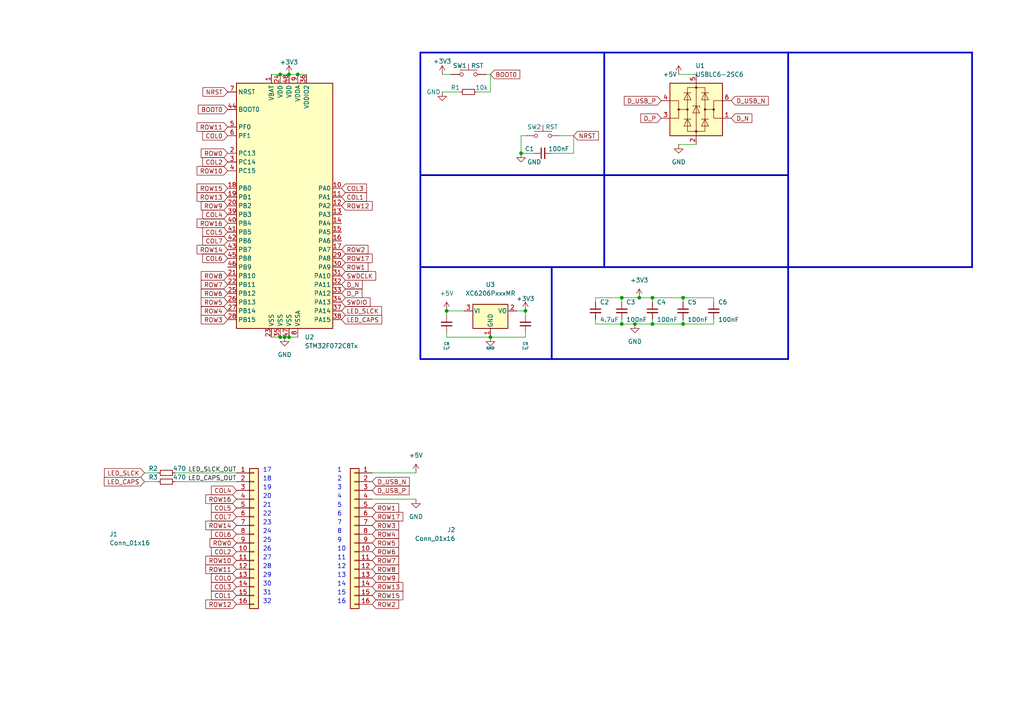
<source format=kicad_sch>
(kicad_sch (version 20211123) (generator eeschema)

  (uuid e6e968b9-9121-43d5-98c4-103e4b7726c0)

  (paper "A4")

  (lib_symbols
    (symbol "Connector_Generic:Conn_01x16" (pin_names (offset 1.016) hide) (in_bom yes) (on_board yes)
      (property "Reference" "J" (id 0) (at 0 20.32 0)
        (effects (font (size 1.27 1.27)))
      )
      (property "Value" "Conn_01x16" (id 1) (at 0 -22.86 0)
        (effects (font (size 1.27 1.27)))
      )
      (property "Footprint" "" (id 2) (at 0 0 0)
        (effects (font (size 1.27 1.27)) hide)
      )
      (property "Datasheet" "~" (id 3) (at 0 0 0)
        (effects (font (size 1.27 1.27)) hide)
      )
      (property "ki_keywords" "connector" (id 4) (at 0 0 0)
        (effects (font (size 1.27 1.27)) hide)
      )
      (property "ki_description" "Generic connector, single row, 01x16, script generated (kicad-library-utils/schlib/autogen/connector/)" (id 5) (at 0 0 0)
        (effects (font (size 1.27 1.27)) hide)
      )
      (property "ki_fp_filters" "Connector*:*_1x??_*" (id 6) (at 0 0 0)
        (effects (font (size 1.27 1.27)) hide)
      )
      (symbol "Conn_01x16_1_1"
        (rectangle (start -1.27 -20.193) (end 0 -20.447)
          (stroke (width 0.1524) (type default) (color 0 0 0 0))
          (fill (type none))
        )
        (rectangle (start -1.27 -17.653) (end 0 -17.907)
          (stroke (width 0.1524) (type default) (color 0 0 0 0))
          (fill (type none))
        )
        (rectangle (start -1.27 -15.113) (end 0 -15.367)
          (stroke (width 0.1524) (type default) (color 0 0 0 0))
          (fill (type none))
        )
        (rectangle (start -1.27 -12.573) (end 0 -12.827)
          (stroke (width 0.1524) (type default) (color 0 0 0 0))
          (fill (type none))
        )
        (rectangle (start -1.27 -10.033) (end 0 -10.287)
          (stroke (width 0.1524) (type default) (color 0 0 0 0))
          (fill (type none))
        )
        (rectangle (start -1.27 -7.493) (end 0 -7.747)
          (stroke (width 0.1524) (type default) (color 0 0 0 0))
          (fill (type none))
        )
        (rectangle (start -1.27 -4.953) (end 0 -5.207)
          (stroke (width 0.1524) (type default) (color 0 0 0 0))
          (fill (type none))
        )
        (rectangle (start -1.27 -2.413) (end 0 -2.667)
          (stroke (width 0.1524) (type default) (color 0 0 0 0))
          (fill (type none))
        )
        (rectangle (start -1.27 0.127) (end 0 -0.127)
          (stroke (width 0.1524) (type default) (color 0 0 0 0))
          (fill (type none))
        )
        (rectangle (start -1.27 2.667) (end 0 2.413)
          (stroke (width 0.1524) (type default) (color 0 0 0 0))
          (fill (type none))
        )
        (rectangle (start -1.27 5.207) (end 0 4.953)
          (stroke (width 0.1524) (type default) (color 0 0 0 0))
          (fill (type none))
        )
        (rectangle (start -1.27 7.747) (end 0 7.493)
          (stroke (width 0.1524) (type default) (color 0 0 0 0))
          (fill (type none))
        )
        (rectangle (start -1.27 10.287) (end 0 10.033)
          (stroke (width 0.1524) (type default) (color 0 0 0 0))
          (fill (type none))
        )
        (rectangle (start -1.27 12.827) (end 0 12.573)
          (stroke (width 0.1524) (type default) (color 0 0 0 0))
          (fill (type none))
        )
        (rectangle (start -1.27 15.367) (end 0 15.113)
          (stroke (width 0.1524) (type default) (color 0 0 0 0))
          (fill (type none))
        )
        (rectangle (start -1.27 17.907) (end 0 17.653)
          (stroke (width 0.1524) (type default) (color 0 0 0 0))
          (fill (type none))
        )
        (rectangle (start -1.27 19.05) (end 1.27 -21.59)
          (stroke (width 0.254) (type default) (color 0 0 0 0))
          (fill (type background))
        )
        (pin passive line (at -5.08 17.78 0) (length 3.81)
          (name "Pin_1" (effects (font (size 1.27 1.27))))
          (number "1" (effects (font (size 1.27 1.27))))
        )
        (pin passive line (at -5.08 -5.08 0) (length 3.81)
          (name "Pin_10" (effects (font (size 1.27 1.27))))
          (number "10" (effects (font (size 1.27 1.27))))
        )
        (pin passive line (at -5.08 -7.62 0) (length 3.81)
          (name "Pin_11" (effects (font (size 1.27 1.27))))
          (number "11" (effects (font (size 1.27 1.27))))
        )
        (pin passive line (at -5.08 -10.16 0) (length 3.81)
          (name "Pin_12" (effects (font (size 1.27 1.27))))
          (number "12" (effects (font (size 1.27 1.27))))
        )
        (pin passive line (at -5.08 -12.7 0) (length 3.81)
          (name "Pin_13" (effects (font (size 1.27 1.27))))
          (number "13" (effects (font (size 1.27 1.27))))
        )
        (pin passive line (at -5.08 -15.24 0) (length 3.81)
          (name "Pin_14" (effects (font (size 1.27 1.27))))
          (number "14" (effects (font (size 1.27 1.27))))
        )
        (pin passive line (at -5.08 -17.78 0) (length 3.81)
          (name "Pin_15" (effects (font (size 1.27 1.27))))
          (number "15" (effects (font (size 1.27 1.27))))
        )
        (pin passive line (at -5.08 -20.32 0) (length 3.81)
          (name "Pin_16" (effects (font (size 1.27 1.27))))
          (number "16" (effects (font (size 1.27 1.27))))
        )
        (pin passive line (at -5.08 15.24 0) (length 3.81)
          (name "Pin_2" (effects (font (size 1.27 1.27))))
          (number "2" (effects (font (size 1.27 1.27))))
        )
        (pin passive line (at -5.08 12.7 0) (length 3.81)
          (name "Pin_3" (effects (font (size 1.27 1.27))))
          (number "3" (effects (font (size 1.27 1.27))))
        )
        (pin passive line (at -5.08 10.16 0) (length 3.81)
          (name "Pin_4" (effects (font (size 1.27 1.27))))
          (number "4" (effects (font (size 1.27 1.27))))
        )
        (pin passive line (at -5.08 7.62 0) (length 3.81)
          (name "Pin_5" (effects (font (size 1.27 1.27))))
          (number "5" (effects (font (size 1.27 1.27))))
        )
        (pin passive line (at -5.08 5.08 0) (length 3.81)
          (name "Pin_6" (effects (font (size 1.27 1.27))))
          (number "6" (effects (font (size 1.27 1.27))))
        )
        (pin passive line (at -5.08 2.54 0) (length 3.81)
          (name "Pin_7" (effects (font (size 1.27 1.27))))
          (number "7" (effects (font (size 1.27 1.27))))
        )
        (pin passive line (at -5.08 0 0) (length 3.81)
          (name "Pin_8" (effects (font (size 1.27 1.27))))
          (number "8" (effects (font (size 1.27 1.27))))
        )
        (pin passive line (at -5.08 -2.54 0) (length 3.81)
          (name "Pin_9" (effects (font (size 1.27 1.27))))
          (number "9" (effects (font (size 1.27 1.27))))
        )
      )
    )
    (symbol "Device:C_Small" (pin_numbers hide) (pin_names (offset 0.254) hide) (in_bom yes) (on_board yes)
      (property "Reference" "C" (id 0) (at 0.254 1.778 0)
        (effects (font (size 1.27 1.27)) (justify left))
      )
      (property "Value" "C_Small" (id 1) (at 0.254 -2.032 0)
        (effects (font (size 1.27 1.27)) (justify left))
      )
      (property "Footprint" "" (id 2) (at 0 0 0)
        (effects (font (size 1.27 1.27)) hide)
      )
      (property "Datasheet" "~" (id 3) (at 0 0 0)
        (effects (font (size 1.27 1.27)) hide)
      )
      (property "ki_keywords" "capacitor cap" (id 4) (at 0 0 0)
        (effects (font (size 1.27 1.27)) hide)
      )
      (property "ki_description" "Unpolarized capacitor, small symbol" (id 5) (at 0 0 0)
        (effects (font (size 1.27 1.27)) hide)
      )
      (property "ki_fp_filters" "C_*" (id 6) (at 0 0 0)
        (effects (font (size 1.27 1.27)) hide)
      )
      (symbol "C_Small_0_1"
        (polyline
          (pts
            (xy -1.524 -0.508)
            (xy 1.524 -0.508)
          )
          (stroke (width 0.3302) (type default) (color 0 0 0 0))
          (fill (type none))
        )
        (polyline
          (pts
            (xy -1.524 0.508)
            (xy 1.524 0.508)
          )
          (stroke (width 0.3048) (type default) (color 0 0 0 0))
          (fill (type none))
        )
      )
      (symbol "C_Small_1_1"
        (pin passive line (at 0 2.54 270) (length 2.032)
          (name "~" (effects (font (size 1.27 1.27))))
          (number "1" (effects (font (size 1.27 1.27))))
        )
        (pin passive line (at 0 -2.54 90) (length 2.032)
          (name "~" (effects (font (size 1.27 1.27))))
          (number "2" (effects (font (size 1.27 1.27))))
        )
      )
    )
    (symbol "Device:R_Small" (pin_numbers hide) (pin_names (offset 0.254) hide) (in_bom yes) (on_board yes)
      (property "Reference" "R" (id 0) (at 0.762 0.508 0)
        (effects (font (size 1.27 1.27)) (justify left))
      )
      (property "Value" "R_Small" (id 1) (at 0.762 -1.016 0)
        (effects (font (size 1.27 1.27)) (justify left))
      )
      (property "Footprint" "" (id 2) (at 0 0 0)
        (effects (font (size 1.27 1.27)) hide)
      )
      (property "Datasheet" "~" (id 3) (at 0 0 0)
        (effects (font (size 1.27 1.27)) hide)
      )
      (property "ki_keywords" "R resistor" (id 4) (at 0 0 0)
        (effects (font (size 1.27 1.27)) hide)
      )
      (property "ki_description" "Resistor, small symbol" (id 5) (at 0 0 0)
        (effects (font (size 1.27 1.27)) hide)
      )
      (property "ki_fp_filters" "R_*" (id 6) (at 0 0 0)
        (effects (font (size 1.27 1.27)) hide)
      )
      (symbol "R_Small_0_1"
        (rectangle (start -0.762 1.778) (end 0.762 -1.778)
          (stroke (width 0.2032) (type default) (color 0 0 0 0))
          (fill (type none))
        )
      )
      (symbol "R_Small_1_1"
        (pin passive line (at 0 2.54 270) (length 0.762)
          (name "~" (effects (font (size 1.27 1.27))))
          (number "1" (effects (font (size 1.27 1.27))))
        )
        (pin passive line (at 0 -2.54 90) (length 0.762)
          (name "~" (effects (font (size 1.27 1.27))))
          (number "2" (effects (font (size 1.27 1.27))))
        )
      )
    )
    (symbol "MCU_ST_STM32F0:STM32F072C8Tx" (in_bom yes) (on_board yes)
      (property "Reference" "U" (id 0) (at -15.24 36.83 0)
        (effects (font (size 1.27 1.27)) (justify left))
      )
      (property "Value" "STM32F072C8Tx" (id 1) (at 7.62 36.83 0)
        (effects (font (size 1.27 1.27)) (justify left))
      )
      (property "Footprint" "Package_QFP:LQFP-48_7x7mm_P0.5mm" (id 2) (at -15.24 -35.56 0)
        (effects (font (size 1.27 1.27)) (justify right) hide)
      )
      (property "Datasheet" "http://www.st.com/st-web-ui/static/active/en/resource/technical/document/datasheet/DM00090510.pdf" (id 3) (at 0 0 0)
        (effects (font (size 1.27 1.27)) hide)
      )
      (property "ki_keywords" "ARM Cortex-M0 STM32F0 STM32F0x2" (id 4) (at 0 0 0)
        (effects (font (size 1.27 1.27)) hide)
      )
      (property "ki_description" "ARM Cortex-M0 MCU, 64KB flash, 16KB RAM, 48MHz, 2-3.6V, 37 GPIO, LQFP-48" (id 5) (at 0 0 0)
        (effects (font (size 1.27 1.27)) hide)
      )
      (property "ki_fp_filters" "LQFP*7x7mm*P0.5mm*" (id 6) (at 0 0 0)
        (effects (font (size 1.27 1.27)) hide)
      )
      (symbol "STM32F072C8Tx_0_1"
        (rectangle (start -15.24 -35.56) (end 12.7 35.56)
          (stroke (width 0.254) (type default) (color 0 0 0 0))
          (fill (type background))
        )
      )
      (symbol "STM32F072C8Tx_1_1"
        (pin power_in line (at -5.08 38.1 270) (length 2.54)
          (name "VBAT" (effects (font (size 1.27 1.27))))
          (number "1" (effects (font (size 1.27 1.27))))
        )
        (pin bidirectional line (at 15.24 5.08 180) (length 2.54)
          (name "PA0" (effects (font (size 1.27 1.27))))
          (number "10" (effects (font (size 1.27 1.27))))
        )
        (pin bidirectional line (at 15.24 2.54 180) (length 2.54)
          (name "PA1" (effects (font (size 1.27 1.27))))
          (number "11" (effects (font (size 1.27 1.27))))
        )
        (pin bidirectional line (at 15.24 0 180) (length 2.54)
          (name "PA2" (effects (font (size 1.27 1.27))))
          (number "12" (effects (font (size 1.27 1.27))))
        )
        (pin bidirectional line (at 15.24 -2.54 180) (length 2.54)
          (name "PA3" (effects (font (size 1.27 1.27))))
          (number "13" (effects (font (size 1.27 1.27))))
        )
        (pin bidirectional line (at 15.24 -5.08 180) (length 2.54)
          (name "PA4" (effects (font (size 1.27 1.27))))
          (number "14" (effects (font (size 1.27 1.27))))
        )
        (pin bidirectional line (at 15.24 -7.62 180) (length 2.54)
          (name "PA5" (effects (font (size 1.27 1.27))))
          (number "15" (effects (font (size 1.27 1.27))))
        )
        (pin bidirectional line (at 15.24 -10.16 180) (length 2.54)
          (name "PA6" (effects (font (size 1.27 1.27))))
          (number "16" (effects (font (size 1.27 1.27))))
        )
        (pin bidirectional line (at 15.24 -12.7 180) (length 2.54)
          (name "PA7" (effects (font (size 1.27 1.27))))
          (number "17" (effects (font (size 1.27 1.27))))
        )
        (pin bidirectional line (at -17.78 5.08 0) (length 2.54)
          (name "PB0" (effects (font (size 1.27 1.27))))
          (number "18" (effects (font (size 1.27 1.27))))
        )
        (pin bidirectional line (at -17.78 2.54 0) (length 2.54)
          (name "PB1" (effects (font (size 1.27 1.27))))
          (number "19" (effects (font (size 1.27 1.27))))
        )
        (pin bidirectional line (at -17.78 15.24 0) (length 2.54)
          (name "PC13" (effects (font (size 1.27 1.27))))
          (number "2" (effects (font (size 1.27 1.27))))
        )
        (pin bidirectional line (at -17.78 0 0) (length 2.54)
          (name "PB2" (effects (font (size 1.27 1.27))))
          (number "20" (effects (font (size 1.27 1.27))))
        )
        (pin bidirectional line (at -17.78 -20.32 0) (length 2.54)
          (name "PB10" (effects (font (size 1.27 1.27))))
          (number "21" (effects (font (size 1.27 1.27))))
        )
        (pin bidirectional line (at -17.78 -22.86 0) (length 2.54)
          (name "PB11" (effects (font (size 1.27 1.27))))
          (number "22" (effects (font (size 1.27 1.27))))
        )
        (pin power_in line (at -5.08 -38.1 90) (length 2.54)
          (name "VSS" (effects (font (size 1.27 1.27))))
          (number "23" (effects (font (size 1.27 1.27))))
        )
        (pin power_in line (at -2.54 38.1 270) (length 2.54)
          (name "VDD" (effects (font (size 1.27 1.27))))
          (number "24" (effects (font (size 1.27 1.27))))
        )
        (pin bidirectional line (at -17.78 -25.4 0) (length 2.54)
          (name "PB12" (effects (font (size 1.27 1.27))))
          (number "25" (effects (font (size 1.27 1.27))))
        )
        (pin bidirectional line (at -17.78 -27.94 0) (length 2.54)
          (name "PB13" (effects (font (size 1.27 1.27))))
          (number "26" (effects (font (size 1.27 1.27))))
        )
        (pin bidirectional line (at -17.78 -30.48 0) (length 2.54)
          (name "PB14" (effects (font (size 1.27 1.27))))
          (number "27" (effects (font (size 1.27 1.27))))
        )
        (pin bidirectional line (at -17.78 -33.02 0) (length 2.54)
          (name "PB15" (effects (font (size 1.27 1.27))))
          (number "28" (effects (font (size 1.27 1.27))))
        )
        (pin bidirectional line (at 15.24 -15.24 180) (length 2.54)
          (name "PA8" (effects (font (size 1.27 1.27))))
          (number "29" (effects (font (size 1.27 1.27))))
        )
        (pin bidirectional line (at -17.78 12.7 0) (length 2.54)
          (name "PC14" (effects (font (size 1.27 1.27))))
          (number "3" (effects (font (size 1.27 1.27))))
        )
        (pin bidirectional line (at 15.24 -17.78 180) (length 2.54)
          (name "PA9" (effects (font (size 1.27 1.27))))
          (number "30" (effects (font (size 1.27 1.27))))
        )
        (pin bidirectional line (at 15.24 -20.32 180) (length 2.54)
          (name "PA10" (effects (font (size 1.27 1.27))))
          (number "31" (effects (font (size 1.27 1.27))))
        )
        (pin bidirectional line (at 15.24 -22.86 180) (length 2.54)
          (name "PA11" (effects (font (size 1.27 1.27))))
          (number "32" (effects (font (size 1.27 1.27))))
        )
        (pin bidirectional line (at 15.24 -25.4 180) (length 2.54)
          (name "PA12" (effects (font (size 1.27 1.27))))
          (number "33" (effects (font (size 1.27 1.27))))
        )
        (pin bidirectional line (at 15.24 -27.94 180) (length 2.54)
          (name "PA13" (effects (font (size 1.27 1.27))))
          (number "34" (effects (font (size 1.27 1.27))))
        )
        (pin power_in line (at -2.54 -38.1 90) (length 2.54)
          (name "VSS" (effects (font (size 1.27 1.27))))
          (number "35" (effects (font (size 1.27 1.27))))
        )
        (pin power_in line (at 5.08 38.1 270) (length 2.54)
          (name "VDDIO2" (effects (font (size 1.27 1.27))))
          (number "36" (effects (font (size 1.27 1.27))))
        )
        (pin bidirectional line (at 15.24 -30.48 180) (length 2.54)
          (name "PA14" (effects (font (size 1.27 1.27))))
          (number "37" (effects (font (size 1.27 1.27))))
        )
        (pin bidirectional line (at 15.24 -33.02 180) (length 2.54)
          (name "PA15" (effects (font (size 1.27 1.27))))
          (number "38" (effects (font (size 1.27 1.27))))
        )
        (pin bidirectional line (at -17.78 -2.54 0) (length 2.54)
          (name "PB3" (effects (font (size 1.27 1.27))))
          (number "39" (effects (font (size 1.27 1.27))))
        )
        (pin bidirectional line (at -17.78 10.16 0) (length 2.54)
          (name "PC15" (effects (font (size 1.27 1.27))))
          (number "4" (effects (font (size 1.27 1.27))))
        )
        (pin bidirectional line (at -17.78 -5.08 0) (length 2.54)
          (name "PB4" (effects (font (size 1.27 1.27))))
          (number "40" (effects (font (size 1.27 1.27))))
        )
        (pin bidirectional line (at -17.78 -7.62 0) (length 2.54)
          (name "PB5" (effects (font (size 1.27 1.27))))
          (number "41" (effects (font (size 1.27 1.27))))
        )
        (pin bidirectional line (at -17.78 -10.16 0) (length 2.54)
          (name "PB6" (effects (font (size 1.27 1.27))))
          (number "42" (effects (font (size 1.27 1.27))))
        )
        (pin bidirectional line (at -17.78 -12.7 0) (length 2.54)
          (name "PB7" (effects (font (size 1.27 1.27))))
          (number "43" (effects (font (size 1.27 1.27))))
        )
        (pin input line (at -17.78 27.94 0) (length 2.54)
          (name "BOOT0" (effects (font (size 1.27 1.27))))
          (number "44" (effects (font (size 1.27 1.27))))
        )
        (pin bidirectional line (at -17.78 -15.24 0) (length 2.54)
          (name "PB8" (effects (font (size 1.27 1.27))))
          (number "45" (effects (font (size 1.27 1.27))))
        )
        (pin bidirectional line (at -17.78 -17.78 0) (length 2.54)
          (name "PB9" (effects (font (size 1.27 1.27))))
          (number "46" (effects (font (size 1.27 1.27))))
        )
        (pin power_in line (at 0 -38.1 90) (length 2.54)
          (name "VSS" (effects (font (size 1.27 1.27))))
          (number "47" (effects (font (size 1.27 1.27))))
        )
        (pin power_in line (at 0 38.1 270) (length 2.54)
          (name "VDD" (effects (font (size 1.27 1.27))))
          (number "48" (effects (font (size 1.27 1.27))))
        )
        (pin input line (at -17.78 22.86 0) (length 2.54)
          (name "PF0" (effects (font (size 1.27 1.27))))
          (number "5" (effects (font (size 1.27 1.27))))
        )
        (pin input line (at -17.78 20.32 0) (length 2.54)
          (name "PF1" (effects (font (size 1.27 1.27))))
          (number "6" (effects (font (size 1.27 1.27))))
        )
        (pin input line (at -17.78 33.02 0) (length 2.54)
          (name "NRST" (effects (font (size 1.27 1.27))))
          (number "7" (effects (font (size 1.27 1.27))))
        )
        (pin power_in line (at 2.54 -38.1 90) (length 2.54)
          (name "VSSA" (effects (font (size 1.27 1.27))))
          (number "8" (effects (font (size 1.27 1.27))))
        )
        (pin power_in line (at 2.54 38.1 270) (length 2.54)
          (name "VDDA" (effects (font (size 1.27 1.27))))
          (number "9" (effects (font (size 1.27 1.27))))
        )
      )
    )
    (symbol "Power_Protection:USBLC6-2SC6" (pin_names hide) (in_bom yes) (on_board yes)
      (property "Reference" "U" (id 0) (at 2.54 8.89 0)
        (effects (font (size 1.27 1.27)) (justify left))
      )
      (property "Value" "USBLC6-2SC6" (id 1) (at 2.54 -8.89 0)
        (effects (font (size 1.27 1.27)) (justify left))
      )
      (property "Footprint" "Package_TO_SOT_SMD:SOT-23-6" (id 2) (at 0 -12.7 0)
        (effects (font (size 1.27 1.27)) hide)
      )
      (property "Datasheet" "https://www.st.com/resource/en/datasheet/usblc6-2.pdf" (id 3) (at 5.08 8.89 0)
        (effects (font (size 1.27 1.27)) hide)
      )
      (property "ki_keywords" "usb ethernet video" (id 4) (at 0 0 0)
        (effects (font (size 1.27 1.27)) hide)
      )
      (property "ki_description" "Very low capacitance ESD protection diode, 2 data-line, SOT-23-6" (id 5) (at 0 0 0)
        (effects (font (size 1.27 1.27)) hide)
      )
      (property "ki_fp_filters" "SOT?23*" (id 6) (at 0 0 0)
        (effects (font (size 1.27 1.27)) hide)
      )
      (symbol "USBLC6-2SC6_0_1"
        (rectangle (start -7.62 -7.62) (end 7.62 7.62)
          (stroke (width 0.254) (type default) (color 0 0 0 0))
          (fill (type background))
        )
        (circle (center -5.08 0) (radius 0.254)
          (stroke (width 0) (type default) (color 0 0 0 0))
          (fill (type outline))
        )
        (circle (center -2.54 0) (radius 0.254)
          (stroke (width 0) (type default) (color 0 0 0 0))
          (fill (type outline))
        )
        (rectangle (start -2.54 6.35) (end 2.54 -6.35)
          (stroke (width 0) (type default) (color 0 0 0 0))
          (fill (type none))
        )
        (circle (center 0 -6.35) (radius 0.254)
          (stroke (width 0) (type default) (color 0 0 0 0))
          (fill (type outline))
        )
        (polyline
          (pts
            (xy -5.08 -2.54)
            (xy -7.62 -2.54)
          )
          (stroke (width 0) (type default) (color 0 0 0 0))
          (fill (type none))
        )
        (polyline
          (pts
            (xy -5.08 0)
            (xy -5.08 -2.54)
          )
          (stroke (width 0) (type default) (color 0 0 0 0))
          (fill (type none))
        )
        (polyline
          (pts
            (xy -5.08 2.54)
            (xy -7.62 2.54)
          )
          (stroke (width 0) (type default) (color 0 0 0 0))
          (fill (type none))
        )
        (polyline
          (pts
            (xy -1.524 -2.794)
            (xy -3.556 -2.794)
          )
          (stroke (width 0) (type default) (color 0 0 0 0))
          (fill (type none))
        )
        (polyline
          (pts
            (xy -1.524 4.826)
            (xy -3.556 4.826)
          )
          (stroke (width 0) (type default) (color 0 0 0 0))
          (fill (type none))
        )
        (polyline
          (pts
            (xy 0 -7.62)
            (xy 0 -6.35)
          )
          (stroke (width 0) (type default) (color 0 0 0 0))
          (fill (type none))
        )
        (polyline
          (pts
            (xy 0 -6.35)
            (xy 0 1.27)
          )
          (stroke (width 0) (type default) (color 0 0 0 0))
          (fill (type none))
        )
        (polyline
          (pts
            (xy 0 1.27)
            (xy 0 6.35)
          )
          (stroke (width 0) (type default) (color 0 0 0 0))
          (fill (type none))
        )
        (polyline
          (pts
            (xy 0 6.35)
            (xy 0 7.62)
          )
          (stroke (width 0) (type default) (color 0 0 0 0))
          (fill (type none))
        )
        (polyline
          (pts
            (xy 1.524 -2.794)
            (xy 3.556 -2.794)
          )
          (stroke (width 0) (type default) (color 0 0 0 0))
          (fill (type none))
        )
        (polyline
          (pts
            (xy 1.524 4.826)
            (xy 3.556 4.826)
          )
          (stroke (width 0) (type default) (color 0 0 0 0))
          (fill (type none))
        )
        (polyline
          (pts
            (xy 5.08 -2.54)
            (xy 7.62 -2.54)
          )
          (stroke (width 0) (type default) (color 0 0 0 0))
          (fill (type none))
        )
        (polyline
          (pts
            (xy 5.08 0)
            (xy 5.08 -2.54)
          )
          (stroke (width 0) (type default) (color 0 0 0 0))
          (fill (type none))
        )
        (polyline
          (pts
            (xy 5.08 2.54)
            (xy 7.62 2.54)
          )
          (stroke (width 0) (type default) (color 0 0 0 0))
          (fill (type none))
        )
        (polyline
          (pts
            (xy -2.54 0)
            (xy -5.08 0)
            (xy -5.08 2.54)
          )
          (stroke (width 0) (type default) (color 0 0 0 0))
          (fill (type none))
        )
        (polyline
          (pts
            (xy 2.54 0)
            (xy 5.08 0)
            (xy 5.08 2.54)
          )
          (stroke (width 0) (type default) (color 0 0 0 0))
          (fill (type none))
        )
        (polyline
          (pts
            (xy -3.556 -4.826)
            (xy -1.524 -4.826)
            (xy -2.54 -2.794)
            (xy -3.556 -4.826)
          )
          (stroke (width 0) (type default) (color 0 0 0 0))
          (fill (type none))
        )
        (polyline
          (pts
            (xy -3.556 2.794)
            (xy -1.524 2.794)
            (xy -2.54 4.826)
            (xy -3.556 2.794)
          )
          (stroke (width 0) (type default) (color 0 0 0 0))
          (fill (type none))
        )
        (polyline
          (pts
            (xy -1.016 -1.016)
            (xy 1.016 -1.016)
            (xy 0 1.016)
            (xy -1.016 -1.016)
          )
          (stroke (width 0) (type default) (color 0 0 0 0))
          (fill (type none))
        )
        (polyline
          (pts
            (xy 1.016 1.016)
            (xy 0.762 1.016)
            (xy -1.016 1.016)
            (xy -1.016 0.508)
          )
          (stroke (width 0) (type default) (color 0 0 0 0))
          (fill (type none))
        )
        (polyline
          (pts
            (xy 3.556 -4.826)
            (xy 1.524 -4.826)
            (xy 2.54 -2.794)
            (xy 3.556 -4.826)
          )
          (stroke (width 0) (type default) (color 0 0 0 0))
          (fill (type none))
        )
        (polyline
          (pts
            (xy 3.556 2.794)
            (xy 1.524 2.794)
            (xy 2.54 4.826)
            (xy 3.556 2.794)
          )
          (stroke (width 0) (type default) (color 0 0 0 0))
          (fill (type none))
        )
        (circle (center 0 6.35) (radius 0.254)
          (stroke (width 0) (type default) (color 0 0 0 0))
          (fill (type outline))
        )
        (circle (center 2.54 0) (radius 0.254)
          (stroke (width 0) (type default) (color 0 0 0 0))
          (fill (type outline))
        )
        (circle (center 5.08 0) (radius 0.254)
          (stroke (width 0) (type default) (color 0 0 0 0))
          (fill (type outline))
        )
      )
      (symbol "USBLC6-2SC6_1_1"
        (pin passive line (at -10.16 -2.54 0) (length 2.54)
          (name "I/O1" (effects (font (size 1.27 1.27))))
          (number "1" (effects (font (size 1.27 1.27))))
        )
        (pin passive line (at 0 -10.16 90) (length 2.54)
          (name "GND" (effects (font (size 1.27 1.27))))
          (number "2" (effects (font (size 1.27 1.27))))
        )
        (pin passive line (at 10.16 -2.54 180) (length 2.54)
          (name "I/O2" (effects (font (size 1.27 1.27))))
          (number "3" (effects (font (size 1.27 1.27))))
        )
        (pin passive line (at 10.16 2.54 180) (length 2.54)
          (name "I/O2" (effects (font (size 1.27 1.27))))
          (number "4" (effects (font (size 1.27 1.27))))
        )
        (pin passive line (at 0 10.16 270) (length 2.54)
          (name "VBUS" (effects (font (size 1.27 1.27))))
          (number "5" (effects (font (size 1.27 1.27))))
        )
        (pin passive line (at -10.16 2.54 0) (length 2.54)
          (name "I/O1" (effects (font (size 1.27 1.27))))
          (number "6" (effects (font (size 1.27 1.27))))
        )
      )
    )
    (symbol "Regulator_Linear:XC6206PxxxMR" (pin_names (offset 0.254)) (in_bom yes) (on_board yes)
      (property "Reference" "U" (id 0) (at -3.81 3.175 0)
        (effects (font (size 1.27 1.27)))
      )
      (property "Value" "XC6206PxxxMR" (id 1) (at 0 3.175 0)
        (effects (font (size 1.27 1.27)) (justify left))
      )
      (property "Footprint" "Package_TO_SOT_SMD:SOT-23" (id 2) (at 0 5.715 0)
        (effects (font (size 1.27 1.27) italic) hide)
      )
      (property "Datasheet" "https://www.torexsemi.com/file/xc6206/XC6206.pdf" (id 3) (at 0 0 0)
        (effects (font (size 1.27 1.27)) hide)
      )
      (property "ki_keywords" "Torex LDO Voltage Regulator Fixed Positive" (id 4) (at 0 0 0)
        (effects (font (size 1.27 1.27)) hide)
      )
      (property "ki_description" "Positive 60-250mA Low Dropout Regulator, Fixed Output, SOT-23" (id 5) (at 0 0 0)
        (effects (font (size 1.27 1.27)) hide)
      )
      (property "ki_fp_filters" "SOT?23*" (id 6) (at 0 0 0)
        (effects (font (size 1.27 1.27)) hide)
      )
      (symbol "XC6206PxxxMR_0_1"
        (rectangle (start -5.08 1.905) (end 5.08 -5.08)
          (stroke (width 0.254) (type default) (color 0 0 0 0))
          (fill (type background))
        )
      )
      (symbol "XC6206PxxxMR_1_1"
        (pin power_in line (at 0 -7.62 90) (length 2.54)
          (name "GND" (effects (font (size 1.27 1.27))))
          (number "1" (effects (font (size 1.27 1.27))))
        )
        (pin power_out line (at 7.62 0 180) (length 2.54)
          (name "VO" (effects (font (size 1.27 1.27))))
          (number "2" (effects (font (size 1.27 1.27))))
        )
        (pin power_in line (at -7.62 0 0) (length 2.54)
          (name "VI" (effects (font (size 1.27 1.27))))
          (number "3" (effects (font (size 1.27 1.27))))
        )
      )
    )
    (symbol "Switch:SW_Push" (pin_numbers hide) (pin_names (offset 1.016) hide) (in_bom yes) (on_board yes)
      (property "Reference" "SW" (id 0) (at 1.27 2.54 0)
        (effects (font (size 1.27 1.27)) (justify left))
      )
      (property "Value" "SW_Push" (id 1) (at 0 -1.524 0)
        (effects (font (size 1.27 1.27)))
      )
      (property "Footprint" "" (id 2) (at 0 5.08 0)
        (effects (font (size 1.27 1.27)) hide)
      )
      (property "Datasheet" "~" (id 3) (at 0 5.08 0)
        (effects (font (size 1.27 1.27)) hide)
      )
      (property "ki_keywords" "switch normally-open pushbutton push-button" (id 4) (at 0 0 0)
        (effects (font (size 1.27 1.27)) hide)
      )
      (property "ki_description" "Push button switch, generic, two pins" (id 5) (at 0 0 0)
        (effects (font (size 1.27 1.27)) hide)
      )
      (symbol "SW_Push_0_1"
        (circle (center -2.032 0) (radius 0.508)
          (stroke (width 0) (type default) (color 0 0 0 0))
          (fill (type none))
        )
        (polyline
          (pts
            (xy 0 1.27)
            (xy 0 3.048)
          )
          (stroke (width 0) (type default) (color 0 0 0 0))
          (fill (type none))
        )
        (polyline
          (pts
            (xy 2.54 1.27)
            (xy -2.54 1.27)
          )
          (stroke (width 0) (type default) (color 0 0 0 0))
          (fill (type none))
        )
        (circle (center 2.032 0) (radius 0.508)
          (stroke (width 0) (type default) (color 0 0 0 0))
          (fill (type none))
        )
        (pin passive line (at -5.08 0 0) (length 2.54)
          (name "1" (effects (font (size 1.27 1.27))))
          (number "1" (effects (font (size 1.27 1.27))))
        )
        (pin passive line (at 5.08 0 180) (length 2.54)
          (name "2" (effects (font (size 1.27 1.27))))
          (number "2" (effects (font (size 1.27 1.27))))
        )
      )
    )
    (symbol "power:+3.3V" (power) (pin_names (offset 0)) (in_bom yes) (on_board yes)
      (property "Reference" "#PWR" (id 0) (at 0 -3.81 0)
        (effects (font (size 1.27 1.27)) hide)
      )
      (property "Value" "+3.3V" (id 1) (at 0 3.556 0)
        (effects (font (size 1.27 1.27)))
      )
      (property "Footprint" "" (id 2) (at 0 0 0)
        (effects (font (size 1.27 1.27)) hide)
      )
      (property "Datasheet" "" (id 3) (at 0 0 0)
        (effects (font (size 1.27 1.27)) hide)
      )
      (property "ki_keywords" "power-flag" (id 4) (at 0 0 0)
        (effects (font (size 1.27 1.27)) hide)
      )
      (property "ki_description" "Power symbol creates a global label with name \"+3.3V\"" (id 5) (at 0 0 0)
        (effects (font (size 1.27 1.27)) hide)
      )
      (symbol "+3.3V_0_1"
        (polyline
          (pts
            (xy -0.762 1.27)
            (xy 0 2.54)
          )
          (stroke (width 0) (type default) (color 0 0 0 0))
          (fill (type none))
        )
        (polyline
          (pts
            (xy 0 0)
            (xy 0 2.54)
          )
          (stroke (width 0) (type default) (color 0 0 0 0))
          (fill (type none))
        )
        (polyline
          (pts
            (xy 0 2.54)
            (xy 0.762 1.27)
          )
          (stroke (width 0) (type default) (color 0 0 0 0))
          (fill (type none))
        )
      )
      (symbol "+3.3V_1_1"
        (pin power_in line (at 0 0 90) (length 0) hide
          (name "+3V3" (effects (font (size 1.27 1.27))))
          (number "1" (effects (font (size 1.27 1.27))))
        )
      )
    )
    (symbol "power:+3V3" (power) (pin_names (offset 0)) (in_bom yes) (on_board yes)
      (property "Reference" "#PWR" (id 0) (at 0 -3.81 0)
        (effects (font (size 1.27 1.27)) hide)
      )
      (property "Value" "+3V3" (id 1) (at 0 3.556 0)
        (effects (font (size 1.27 1.27)))
      )
      (property "Footprint" "" (id 2) (at 0 0 0)
        (effects (font (size 1.27 1.27)) hide)
      )
      (property "Datasheet" "" (id 3) (at 0 0 0)
        (effects (font (size 1.27 1.27)) hide)
      )
      (property "ki_keywords" "power-flag" (id 4) (at 0 0 0)
        (effects (font (size 1.27 1.27)) hide)
      )
      (property "ki_description" "Power symbol creates a global label with name \"+3V3\"" (id 5) (at 0 0 0)
        (effects (font (size 1.27 1.27)) hide)
      )
      (symbol "+3V3_0_1"
        (polyline
          (pts
            (xy -0.762 1.27)
            (xy 0 2.54)
          )
          (stroke (width 0) (type default) (color 0 0 0 0))
          (fill (type none))
        )
        (polyline
          (pts
            (xy 0 0)
            (xy 0 2.54)
          )
          (stroke (width 0) (type default) (color 0 0 0 0))
          (fill (type none))
        )
        (polyline
          (pts
            (xy 0 2.54)
            (xy 0.762 1.27)
          )
          (stroke (width 0) (type default) (color 0 0 0 0))
          (fill (type none))
        )
      )
      (symbol "+3V3_1_1"
        (pin power_in line (at 0 0 90) (length 0) hide
          (name "+3V3" (effects (font (size 1.27 1.27))))
          (number "1" (effects (font (size 1.27 1.27))))
        )
      )
    )
    (symbol "power:+5V" (power) (pin_names (offset 0)) (in_bom yes) (on_board yes)
      (property "Reference" "#PWR" (id 0) (at 0 -3.81 0)
        (effects (font (size 1.27 1.27)) hide)
      )
      (property "Value" "+5V" (id 1) (at 0 3.556 0)
        (effects (font (size 1.27 1.27)))
      )
      (property "Footprint" "" (id 2) (at 0 0 0)
        (effects (font (size 1.27 1.27)) hide)
      )
      (property "Datasheet" "" (id 3) (at 0 0 0)
        (effects (font (size 1.27 1.27)) hide)
      )
      (property "ki_keywords" "power-flag" (id 4) (at 0 0 0)
        (effects (font (size 1.27 1.27)) hide)
      )
      (property "ki_description" "Power symbol creates a global label with name \"+5V\"" (id 5) (at 0 0 0)
        (effects (font (size 1.27 1.27)) hide)
      )
      (symbol "+5V_0_1"
        (polyline
          (pts
            (xy -0.762 1.27)
            (xy 0 2.54)
          )
          (stroke (width 0) (type default) (color 0 0 0 0))
          (fill (type none))
        )
        (polyline
          (pts
            (xy 0 0)
            (xy 0 2.54)
          )
          (stroke (width 0) (type default) (color 0 0 0 0))
          (fill (type none))
        )
        (polyline
          (pts
            (xy 0 2.54)
            (xy 0.762 1.27)
          )
          (stroke (width 0) (type default) (color 0 0 0 0))
          (fill (type none))
        )
      )
      (symbol "+5V_1_1"
        (pin power_in line (at 0 0 90) (length 0) hide
          (name "+5V" (effects (font (size 1.27 1.27))))
          (number "1" (effects (font (size 1.27 1.27))))
        )
      )
    )
    (symbol "power:GND" (power) (pin_names (offset 0)) (in_bom yes) (on_board yes)
      (property "Reference" "#PWR" (id 0) (at 0 -6.35 0)
        (effects (font (size 1.27 1.27)) hide)
      )
      (property "Value" "GND" (id 1) (at 0 -3.81 0)
        (effects (font (size 1.27 1.27)))
      )
      (property "Footprint" "" (id 2) (at 0 0 0)
        (effects (font (size 1.27 1.27)) hide)
      )
      (property "Datasheet" "" (id 3) (at 0 0 0)
        (effects (font (size 1.27 1.27)) hide)
      )
      (property "ki_keywords" "power-flag" (id 4) (at 0 0 0)
        (effects (font (size 1.27 1.27)) hide)
      )
      (property "ki_description" "Power symbol creates a global label with name \"GND\" , ground" (id 5) (at 0 0 0)
        (effects (font (size 1.27 1.27)) hide)
      )
      (symbol "GND_0_1"
        (polyline
          (pts
            (xy 0 0)
            (xy 0 -1.27)
            (xy 1.27 -1.27)
            (xy 0 -2.54)
            (xy -1.27 -1.27)
            (xy 0 -1.27)
          )
          (stroke (width 0) (type default) (color 0 0 0 0))
          (fill (type none))
        )
      )
      (symbol "GND_1_1"
        (pin power_in line (at 0 0 270) (length 0) hide
          (name "GND" (effects (font (size 1.27 1.27))))
          (number "1" (effects (font (size 1.27 1.27))))
        )
      )
    )
  )

  (junction (at 189.23 86.36) (diameter 0) (color 0 0 0 0)
    (uuid 0add549e-6912-4a82-b67c-1b6b2524601a)
  )
  (junction (at 180.34 86.36) (diameter 0) (color 0 0 0 0)
    (uuid 1d8c35a7-e344-45a4-acc7-a5f92a69aff2)
  )
  (junction (at 82.55 97.79) (diameter 0) (color 0 0 0 0)
    (uuid 27b0f2b1-d78a-4885-b89a-cee99ea056cc)
  )
  (junction (at 81.28 97.79) (diameter 0) (color 0 0 0 0)
    (uuid 3986f79f-74eb-4c9d-a8e1-59eb1df3412b)
  )
  (junction (at 151.13 44.45) (diameter 0) (color 0 0 0 0)
    (uuid 3eb77fb6-7e5b-43df-82ae-939c06962bf2)
  )
  (junction (at 81.28 21.59) (diameter 0) (color 0 0 0 0)
    (uuid 4df6342e-a305-4682-9c32-6107245aab68)
  )
  (junction (at 184.15 93.98) (diameter 0) (color 0 0 0 0)
    (uuid 575bb9b1-a329-46c0-9337-a7005203f2a6)
  )
  (junction (at 83.82 21.59) (diameter 0) (color 0 0 0 0)
    (uuid 7edcade5-bf18-4c38-8f51-90596f4499dd)
  )
  (junction (at 185.42 86.36) (diameter 0) (color 0 0 0 0)
    (uuid 844bb27b-7d7c-47af-bc8f-4a6993d59e1d)
  )
  (junction (at 198.12 86.36) (diameter 0) (color 0 0 0 0)
    (uuid 853e1440-874f-496a-996f-7b29aa1c1b73)
  )
  (junction (at 189.23 93.98) (diameter 0) (color 0 0 0 0)
    (uuid 90cbd7b1-11f1-48b3-b075-57ec77a215b7)
  )
  (junction (at 86.36 21.59) (diameter 0) (color 0 0 0 0)
    (uuid 95e9304d-853c-40cd-a82d-750b107148cc)
  )
  (junction (at 180.34 93.98) (diameter 0) (color 0 0 0 0)
    (uuid 9945a7de-0f1f-4497-8a5f-9e3763b5e03b)
  )
  (junction (at 83.82 97.79) (diameter 0) (color 0 0 0 0)
    (uuid 9c139256-e3d8-4138-b4e4-17b3d49c0b9d)
  )
  (junction (at 129.54 90.17) (diameter 0.9144) (color 0 0 0 0)
    (uuid ca74b375-dfa8-4dcd-92f3-784fbcb89eff)
  )
  (junction (at 152.4 90.17) (diameter 0.9144) (color 0 0 0 0)
    (uuid e5d6c21a-d634-4db7-b239-ba97ca3fa33b)
  )
  (junction (at 142.24 97.79) (diameter 0.9144) (color 0 0 0 0)
    (uuid e78fd2aa-17c1-4661-9480-e26d32d736e7)
  )
  (junction (at 198.12 93.98) (diameter 0) (color 0 0 0 0)
    (uuid fa7025b3-6db7-458d-9273-6454e7240040)
  )

  (wire (pts (xy 172.72 86.36) (xy 180.34 86.36))
    (stroke (width 0) (type default) (color 0 0 0 0))
    (uuid 02afc126-dc59-46ed-9bbd-ccb1ddc48ade)
  )
  (wire (pts (xy 172.72 93.98) (xy 180.34 93.98))
    (stroke (width 0) (type default) (color 0 0 0 0))
    (uuid 02f42b5b-ae19-42a0-bc76-e583c32b46a4)
  )
  (wire (pts (xy 78.74 21.59) (xy 81.28 21.59))
    (stroke (width 0) (type default) (color 0 0 0 0))
    (uuid 0aa1f547-f695-4ccd-ba22-b590ec036374)
  )
  (polyline (pts (xy 121.92 77.47) (xy 175.26 77.47))
    (stroke (width 0.5) (type solid) (color 0 0 0 0))
    (uuid 0acb5e71-b9af-46c2-a6c4-f1c69a64399e)
  )

  (wire (pts (xy 196.85 21.59) (xy 201.93 21.59))
    (stroke (width 0) (type default) (color 0 0 0 0))
    (uuid 1603e5d4-da55-41ad-b97d-649bc5e83c31)
  )
  (wire (pts (xy 207.01 86.36) (xy 207.01 87.63))
    (stroke (width 0) (type default) (color 0 0 0 0))
    (uuid 17014863-716a-4fda-9756-83cd26807260)
  )
  (wire (pts (xy 184.15 93.98) (xy 189.23 93.98))
    (stroke (width 0) (type default) (color 0 0 0 0))
    (uuid 1720c77b-e23f-4014-8213-ac9a3a787992)
  )
  (wire (pts (xy 129.54 90.17) (xy 134.62 90.17))
    (stroke (width 0) (type solid) (color 0 0 0 0))
    (uuid 20b8e8cd-605f-40a7-9c65-74cffd6c1e1d)
  )
  (polyline (pts (xy 121.92 77.47) (xy 121.92 104.14))
    (stroke (width 0.5) (type solid) (color 0 0 0 0))
    (uuid 215a07ec-645e-448b-bc84-ce74e16fbc77)
  )

  (wire (pts (xy 107.95 137.16) (xy 120.65 137.16))
    (stroke (width 0) (type default) (color 0 0 0 0))
    (uuid 275c4660-922b-449f-b8f3-4db58f40d225)
  )
  (polyline (pts (xy 281.94 77.47) (xy 281.94 15.24))
    (stroke (width 0.5) (type solid) (color 0 0 0 0))
    (uuid 2766504a-845a-4dea-9b6b-e55b50dd6b31)
  )

  (wire (pts (xy 180.34 86.36) (xy 180.34 87.63))
    (stroke (width 0) (type default) (color 0 0 0 0))
    (uuid 284f1210-175d-444b-9c5c-b668d76114d1)
  )
  (wire (pts (xy 41.91 139.7) (xy 45.72 139.7))
    (stroke (width 0) (type default) (color 0 0 0 0))
    (uuid 3771face-884b-4cf8-8325-daa8395b9774)
  )
  (wire (pts (xy 83.82 97.79) (xy 86.36 97.79))
    (stroke (width 0) (type default) (color 0 0 0 0))
    (uuid 3d492022-8cf4-4ffd-9fd6-a19f1fd7cd53)
  )
  (polyline (pts (xy 121.92 15.24) (xy 175.26 15.24))
    (stroke (width 0.5) (type solid) (color 0 0 0 0))
    (uuid 3fc38dbe-709f-46fe-99ba-7abeb949385b)
  )
  (polyline (pts (xy 228.6 77.47) (xy 228.6 104.14))
    (stroke (width 0.5) (type solid) (color 0 0 0 0))
    (uuid 405ec87a-edbe-4b3a-996d-434b96792e4f)
  )

  (wire (pts (xy 180.34 93.98) (xy 184.15 93.98))
    (stroke (width 0) (type default) (color 0 0 0 0))
    (uuid 42ce857b-5850-4df2-a743-73b7d77463c9)
  )
  (wire (pts (xy 189.23 93.98) (xy 198.12 93.98))
    (stroke (width 0) (type default) (color 0 0 0 0))
    (uuid 47cc9530-5efb-4484-b58c-0bf2c22e106e)
  )
  (wire (pts (xy 83.82 21.59) (xy 86.36 21.59))
    (stroke (width 0) (type default) (color 0 0 0 0))
    (uuid 4995d1b7-8366-4098-a96b-b2fc0f035edf)
  )
  (wire (pts (xy 172.72 92.71) (xy 172.72 93.98))
    (stroke (width 0) (type default) (color 0 0 0 0))
    (uuid 4c1bf9be-6298-49c3-9427-0e2fc572a37e)
  )
  (polyline (pts (xy 175.26 50.8) (xy 228.6 50.8))
    (stroke (width 0.5) (type solid) (color 0 0 0 0))
    (uuid 500424d6-edd8-4406-8afc-69e2dc7aef45)
  )

  (wire (pts (xy 50.8 137.16) (xy 68.58 137.16))
    (stroke (width 0) (type default) (color 0 0 0 0))
    (uuid 55130cb9-e1ee-4f4e-beef-9e7240d2a7ba)
  )
  (wire (pts (xy 185.42 86.36) (xy 189.23 86.36))
    (stroke (width 0) (type default) (color 0 0 0 0))
    (uuid 59b548ee-90aa-4dd6-bb9f-df64d7df65db)
  )
  (wire (pts (xy 198.12 86.36) (xy 207.01 86.36))
    (stroke (width 0) (type default) (color 0 0 0 0))
    (uuid 5a935063-a6e7-46b0-8337-22c2eaf6351c)
  )
  (wire (pts (xy 142.24 21.59) (xy 142.24 26.67))
    (stroke (width 0) (type default) (color 0 0 0 0))
    (uuid 69256d28-dc24-4bc0-b95f-571d20d84d43)
  )
  (wire (pts (xy 138.43 26.67) (xy 142.24 26.67))
    (stroke (width 0) (type default) (color 0 0 0 0))
    (uuid 69b7b0dc-0690-4c1c-a730-1428ad1b9107)
  )
  (wire (pts (xy 154.94 44.45) (xy 151.13 44.45))
    (stroke (width 0) (type default) (color 0 0 0 0))
    (uuid 6d551a0b-a684-483c-aed2-d26dd57cf457)
  )
  (wire (pts (xy 189.23 86.36) (xy 189.23 87.63))
    (stroke (width 0) (type default) (color 0 0 0 0))
    (uuid 702e56a6-5d35-4306-9f55-fff29736d9bc)
  )
  (polyline (pts (xy 175.26 15.24) (xy 175.26 77.47))
    (stroke (width 0.5) (type solid) (color 0 0 0 0))
    (uuid 75c77367-9902-4323-a371-8e12c675c19d)
  )

  (wire (pts (xy 189.23 93.98) (xy 189.23 92.71))
    (stroke (width 0) (type default) (color 0 0 0 0))
    (uuid 76a7ffb0-b436-4bd2-9184-47dad57867e5)
  )
  (wire (pts (xy 129.54 90.17) (xy 129.54 91.44))
    (stroke (width 0) (type solid) (color 0 0 0 0))
    (uuid 7824aa67-1331-4cd6-96e5-9c154f6fd479)
  )
  (wire (pts (xy 41.91 137.16) (xy 45.72 137.16))
    (stroke (width 0) (type default) (color 0 0 0 0))
    (uuid 7eb39bde-8e90-4ddc-a084-c999e78cd152)
  )
  (wire (pts (xy 128.27 21.59) (xy 130.81 21.59))
    (stroke (width 0) (type default) (color 0 0 0 0))
    (uuid 8194c0c3-7ef1-4863-aebd-8a77e3c68fda)
  )
  (wire (pts (xy 129.54 96.52) (xy 129.54 97.79))
    (stroke (width 0) (type solid) (color 0 0 0 0))
    (uuid 83744ffb-9afd-45d0-afcd-00e62b58b314)
  )
  (wire (pts (xy 78.74 97.79) (xy 81.28 97.79))
    (stroke (width 0) (type default) (color 0 0 0 0))
    (uuid 8a55bda6-8089-4100-be2a-d06fbe319a1f)
  )
  (polyline (pts (xy 228.6 15.24) (xy 281.94 15.24))
    (stroke (width 0.5) (type solid) (color 0 0 0 0))
    (uuid 8b41ce1c-7a7a-49ae-9d25-dadae1380922)
  )

  (wire (pts (xy 196.85 41.91) (xy 201.93 41.91))
    (stroke (width 0) (type default) (color 0 0 0 0))
    (uuid 8bf1b448-26aa-471b-9626-621c2763580f)
  )
  (polyline (pts (xy 121.92 77.47) (xy 121.92 15.24))
    (stroke (width 0.5) (type solid) (color 0 0 0 0))
    (uuid 95b2a9a6-93e8-4f53-9db7-6f729c952043)
  )
  (polyline (pts (xy 228.6 77.47) (xy 281.94 77.47))
    (stroke (width 0.5) (type solid) (color 0 0 0 0))
    (uuid 978cb126-87e2-47fb-b01f-43a378d8fbb9)
  )

  (wire (pts (xy 172.72 87.63) (xy 172.72 86.36))
    (stroke (width 0) (type default) (color 0 0 0 0))
    (uuid 9c2e962b-5e9e-4de0-8a5e-6154e0f7f96c)
  )
  (wire (pts (xy 86.36 21.59) (xy 88.9 21.59))
    (stroke (width 0) (type default) (color 0 0 0 0))
    (uuid 9c9ad71d-25e0-4972-bd38-e9c9933bbab5)
  )
  (wire (pts (xy 81.28 97.79) (xy 82.55 97.79))
    (stroke (width 0) (type default) (color 0 0 0 0))
    (uuid 9ecf1ca4-dad4-4af2-873f-afffbd44fcd5)
  )
  (wire (pts (xy 198.12 93.98) (xy 207.01 93.98))
    (stroke (width 0) (type default) (color 0 0 0 0))
    (uuid a1102103-6189-4cb3-870f-f3fc77d88690)
  )
  (wire (pts (xy 180.34 92.71) (xy 180.34 93.98))
    (stroke (width 0) (type default) (color 0 0 0 0))
    (uuid a334f920-0fe0-4db6-b276-b62c05c36575)
  )
  (wire (pts (xy 82.55 97.79) (xy 83.82 97.79))
    (stroke (width 0) (type default) (color 0 0 0 0))
    (uuid aba46d9a-58b3-44a6-93f9-04dce18eab41)
  )
  (wire (pts (xy 151.13 39.37) (xy 152.4 39.37))
    (stroke (width 0) (type default) (color 0 0 0 0))
    (uuid ae6b6194-0961-4579-98d2-b537e73894e2)
  )
  (wire (pts (xy 151.13 44.45) (xy 151.13 39.37))
    (stroke (width 0) (type default) (color 0 0 0 0))
    (uuid be41b34d-4732-47b8-ad0b-36045f0ee29b)
  )
  (polyline (pts (xy 121.92 104.14) (xy 228.6 104.14))
    (stroke (width 0.5) (type solid) (color 0 0 0 0))
    (uuid be625253-6dc6-443f-be7c-5185eda9090d)
  )

  (wire (pts (xy 166.37 44.45) (xy 166.37 39.37))
    (stroke (width 0) (type default) (color 0 0 0 0))
    (uuid c616b833-7dd0-4995-8d76-3adc68033d7b)
  )
  (wire (pts (xy 142.24 97.79) (xy 152.4 97.79))
    (stroke (width 0) (type solid) (color 0 0 0 0))
    (uuid c759baf4-752e-4f7a-88d9-c4ce9f449b38)
  )
  (wire (pts (xy 180.34 86.36) (xy 185.42 86.36))
    (stroke (width 0) (type default) (color 0 0 0 0))
    (uuid c8113bc6-a1f7-4e79-9df7-179e712c8bfa)
  )
  (wire (pts (xy 128.27 26.67) (xy 133.35 26.67))
    (stroke (width 0) (type default) (color 0 0 0 0))
    (uuid c85ca71d-8da5-444b-bf59-cd62baf052ba)
  )
  (wire (pts (xy 149.86 90.17) (xy 152.4 90.17))
    (stroke (width 0) (type solid) (color 0 0 0 0))
    (uuid ca6d97e7-3074-4a07-a56c-d98d08a54fdf)
  )
  (wire (pts (xy 152.4 96.52) (xy 152.4 97.79))
    (stroke (width 0) (type solid) (color 0 0 0 0))
    (uuid cbc854e9-e5f9-487f-a5e1-ddcce264c92b)
  )
  (wire (pts (xy 207.01 92.71) (xy 207.01 93.98))
    (stroke (width 0) (type default) (color 0 0 0 0))
    (uuid d22b9028-00c9-4ce5-ad18-b9347b1b66b0)
  )
  (wire (pts (xy 152.4 90.17) (xy 152.4 91.44))
    (stroke (width 0) (type solid) (color 0 0 0 0))
    (uuid d81be56d-10b2-4a1c-8178-8796e5e5bc0c)
  )
  (wire (pts (xy 198.12 86.36) (xy 198.12 87.63))
    (stroke (width 0) (type default) (color 0 0 0 0))
    (uuid dcb35167-2ef3-4673-9a5f-76ff9f27cac2)
  )
  (wire (pts (xy 162.56 39.37) (xy 166.37 39.37))
    (stroke (width 0) (type default) (color 0 0 0 0))
    (uuid dd12da90-c4b5-41c3-ad83-c04704363ff6)
  )
  (polyline (pts (xy 175.26 15.24) (xy 228.6 15.24))
    (stroke (width 0.5) (type solid) (color 0 0 0 0))
    (uuid e1b2290d-0810-434a-ae23-45250193ad18)
  )

  (wire (pts (xy 50.8 139.7) (xy 68.58 139.7))
    (stroke (width 0) (type default) (color 0 0 0 0))
    (uuid e30fe9c5-7534-4553-af25-9a7379a6f259)
  )
  (polyline (pts (xy 121.92 50.8) (xy 175.26 50.8))
    (stroke (width 0.5) (type solid) (color 0 0 0 0))
    (uuid e4e8a6bd-e838-4f60-8a2a-1b37c4fb20ad)
  )
  (polyline (pts (xy 160.02 77.47) (xy 160.02 104.14))
    (stroke (width 0.5) (type solid) (color 0 0 0 0))
    (uuid e5da6949-4ec4-4f3b-bacc-88c35eda5aa3)
  )

  (wire (pts (xy 81.28 21.59) (xy 83.82 21.59))
    (stroke (width 0) (type default) (color 0 0 0 0))
    (uuid e6b18fd7-8a80-4279-9d6c-44ee52f6956b)
  )
  (wire (pts (xy 140.97 21.59) (xy 142.24 21.59))
    (stroke (width 0) (type default) (color 0 0 0 0))
    (uuid eb868af6-0032-4743-8978-fe796bfb2134)
  )
  (polyline (pts (xy 228.6 77.47) (xy 228.6 15.24))
    (stroke (width 0.5) (type solid) (color 0 0 0 0))
    (uuid ef8bde22-fee7-4e77-a511-52b90e3f9589)
  )

  (wire (pts (xy 198.12 93.98) (xy 198.12 92.71))
    (stroke (width 0) (type default) (color 0 0 0 0))
    (uuid f2a52fc6-3cfb-43b5-8b1a-b106d4992ada)
  )
  (wire (pts (xy 160.02 44.45) (xy 166.37 44.45))
    (stroke (width 0) (type default) (color 0 0 0 0))
    (uuid f5a2e5ac-aacd-45af-97ad-3c44b6c054d7)
  )
  (wire (pts (xy 142.24 97.79) (xy 129.54 97.79))
    (stroke (width 0) (type solid) (color 0 0 0 0))
    (uuid f674333e-0a4b-48a5-807d-12edea49d609)
  )
  (polyline (pts (xy 175.26 77.47) (xy 228.6 77.47))
    (stroke (width 0.5) (type solid) (color 0 0 0 0))
    (uuid fa916492-b219-4288-ad4e-44cd4be18007)
  )

  (wire (pts (xy 107.95 144.78) (xy 120.65 144.78))
    (stroke (width 0) (type default) (color 0 0 0 0))
    (uuid ff381416-a7f7-4093-a854-40856dcf26c8)
  )
  (wire (pts (xy 189.23 86.36) (xy 198.12 86.36))
    (stroke (width 0) (type default) (color 0 0 0 0))
    (uuid ff6f5c2d-116e-4c9b-840c-7bec69bf6b1a)
  )

  (text "31" (at 76.2 172.72 0)
    (effects (font (size 1.27 1.27)) (justify left bottom))
    (uuid 0fe1a18d-2a6c-4fd8-9f5a-99c866cbf9ec)
  )
  (text "20" (at 76.2 144.78 0)
    (effects (font (size 1.27 1.27)) (justify left bottom))
    (uuid 104f0181-771f-405f-aa79-12700fae44b0)
  )
  (text "9" (at 97.79 157.48 0)
    (effects (font (size 1.27 1.27)) (justify left bottom))
    (uuid 17cf922e-dfb3-495d-aba8-8e95f7fd8487)
  )
  (text "12" (at 97.79 165.1 0)
    (effects (font (size 1.27 1.27)) (justify left bottom))
    (uuid 29126c9c-b98f-4b5f-a8b4-4cb7b64e874b)
  )
  (text "11" (at 97.79 162.56 0)
    (effects (font (size 1.27 1.27)) (justify left bottom))
    (uuid 313c74f6-d9da-463c-bb04-9209bbb308cb)
  )
  (text "26" (at 76.2 160.02 0)
    (effects (font (size 1.27 1.27)) (justify left bottom))
    (uuid 37b8dcf9-95eb-429f-9a2c-2e3c4aa4c5fb)
  )
  (text "18" (at 76.2 139.7 0)
    (effects (font (size 1.27 1.27)) (justify left bottom))
    (uuid 3ed55efd-fee9-4df7-8f14-ed464f792329)
  )
  (text "19" (at 76.2 142.24 0)
    (effects (font (size 1.27 1.27)) (justify left bottom))
    (uuid 4b863cc3-4a46-41fb-895e-38b0cbea690a)
  )
  (text "10" (at 97.79 160.02 0)
    (effects (font (size 1.27 1.27)) (justify left bottom))
    (uuid 4d477075-66ad-4147-a93b-b0aa7161bcfa)
  )
  (text "14" (at 97.79 170.18 0)
    (effects (font (size 1.27 1.27)) (justify left bottom))
    (uuid 4def2f43-f830-47cf-91f9-108f4f5d9f97)
  )
  (text "32" (at 76.2 175.26 0)
    (effects (font (size 1.27 1.27)) (justify left bottom))
    (uuid 5038be4c-6d13-4608-a944-ba0b79f634e9)
  )
  (text "13" (at 97.79 167.64 0)
    (effects (font (size 1.27 1.27)) (justify left bottom))
    (uuid 5ddc24fd-5b64-49c3-8d6c-cc9f41974944)
  )
  (text "8" (at 97.79 154.94 0)
    (effects (font (size 1.27 1.27)) (justify left bottom))
    (uuid 5e3c746e-00aa-45ba-9d56-5bf8073e7e34)
  )
  (text "17" (at 76.2 137.16 0)
    (effects (font (size 1.27 1.27)) (justify left bottom))
    (uuid 6621d63b-51ca-4249-9bd7-192d160c6fd9)
  )
  (text "22" (at 76.2 149.86 0)
    (effects (font (size 1.27 1.27)) (justify left bottom))
    (uuid 7032e0d8-0ac5-440b-b941-d723e9297620)
  )
  (text "24" (at 76.2 154.94 0)
    (effects (font (size 1.27 1.27)) (justify left bottom))
    (uuid 70f2320b-5c32-4d84-aa8e-23c942dd58fa)
  )
  (text "25" (at 76.2 157.48 0)
    (effects (font (size 1.27 1.27)) (justify left bottom))
    (uuid 76599594-5517-42e4-81f6-1d0b76c0009a)
  )
  (text "23" (at 76.2 152.4 0)
    (effects (font (size 1.27 1.27)) (justify left bottom))
    (uuid 8651c7a6-f326-4f5f-8519-cae5da2f365f)
  )
  (text "30" (at 76.2 170.18 0)
    (effects (font (size 1.27 1.27)) (justify left bottom))
    (uuid 8777a1e3-e28b-4188-af2a-89a12ad80ea7)
  )
  (text "27" (at 76.2 162.56 0)
    (effects (font (size 1.27 1.27)) (justify left bottom))
    (uuid 950fc998-93fc-4cbc-92e8-297c0f7394c1)
  )
  (text "29" (at 76.2 167.64 0)
    (effects (font (size 1.27 1.27)) (justify left bottom))
    (uuid 990dc29d-079e-471f-8f3a-4aab0c442b2a)
  )
  (text "6" (at 97.79 149.86 0)
    (effects (font (size 1.27 1.27)) (justify left bottom))
    (uuid 9e20ed2a-bd10-4934-add8-6df9dd7ade4f)
  )
  (text "2" (at 97.79 139.7 0)
    (effects (font (size 1.27 1.27)) (justify left bottom))
    (uuid 9ffc6ccc-e3ad-479a-8252-2ae8e236a4ca)
  )
  (text "16" (at 97.79 175.26 0)
    (effects (font (size 1.27 1.27)) (justify left bottom))
    (uuid acec681b-340a-4267-8373-885b8f3bc6c7)
  )
  (text "3" (at 97.79 142.24 0)
    (effects (font (size 1.27 1.27)) (justify left bottom))
    (uuid b8c80297-1acb-49da-b965-1074fcd8da35)
  )
  (text "4" (at 97.79 144.78 0)
    (effects (font (size 1.27 1.27)) (justify left bottom))
    (uuid bad701d1-428c-4de9-abb7-e6e928149715)
  )
  (text "21" (at 76.2 147.32 0)
    (effects (font (size 1.27 1.27)) (justify left bottom))
    (uuid c0947021-85a0-4aa1-a95c-1f003b61b419)
  )
  (text "5" (at 97.79 147.32 0)
    (effects (font (size 1.27 1.27)) (justify left bottom))
    (uuid c93f18bf-c9e7-4e04-bf95-e8d113b765b5)
  )
  (text "15" (at 97.79 172.72 0)
    (effects (font (size 1.27 1.27)) (justify left bottom))
    (uuid cb4139dc-9fe2-432b-95d1-2bdcc17fd226)
  )
  (text "1" (at 97.79 137.16 0)
    (effects (font (size 1.27 1.27)) (justify left bottom))
    (uuid d5e2e355-424b-474f-b509-8dfd071ccb29)
  )
  (text "7" (at 97.79 152.4 0)
    (effects (font (size 1.27 1.27)) (justify left bottom))
    (uuid e97ed926-cdf9-45af-8831-06861f89d019)
  )
  (text "28" (at 76.2 165.1 0)
    (effects (font (size 1.27 1.27)) (justify left bottom))
    (uuid f19ee21a-ed9c-4640-aa11-18a6306e271c)
  )

  (label "LED_SLCK_OUT" (at 68.58 137.16 180)
    (effects (font (size 1.27 1.27)) (justify right bottom))
    (uuid 23fd5928-b53c-44e7-817f-ebfa225e191e)
  )
  (label "LED_CAPS_OUT" (at 68.58 139.7 180)
    (effects (font (size 1.27 1.27)) (justify right bottom))
    (uuid 3e2150ac-7fc1-40ee-8f28-3f505eea868f)
  )

  (global_label "D_P" (shape input) (at 99.06 85.09 0) (fields_autoplaced)
    (effects (font (size 1.27 1.27)) (justify left))
    (uuid 07ece5da-df5c-4399-a81a-d689f3d4de42)
    (property "Intersheet References" "${INTERSHEET_REFS}" (id 0) (at 104.9807 85.1694 0)
      (effects (font (size 1.27 1.27)) (justify left) hide)
    )
  )
  (global_label "COL6" (shape input) (at 68.58 154.94 180) (fields_autoplaced)
    (effects (font (size 1.27 1.27)) (justify right))
    (uuid 09ce9369-42d6-4205-b82a-e91d5bea2668)
    (property "Intersheet References" "${INTERSHEET_REFS}" (id 0) (at 61.3288 154.8606 0)
      (effects (font (size 1.27 1.27)) (justify right) hide)
    )
  )
  (global_label "D_N" (shape input) (at 99.06 82.55 0) (fields_autoplaced)
    (effects (font (size 1.27 1.27)) (justify left))
    (uuid 0db47fc3-c43f-408d-b0ba-8ba0909a6f4b)
    (property "Intersheet References" "${INTERSHEET_REFS}" (id 0) (at 105.0412 82.6294 0)
      (effects (font (size 1.27 1.27)) (justify left) hide)
    )
  )
  (global_label "ROW1" (shape input) (at 99.06 77.47 0) (fields_autoplaced)
    (effects (font (size 1.27 1.27)) (justify left))
    (uuid 118f074a-3d16-4e2e-8a2a-e4d87164efd5)
    (property "Intersheet References" "${INTERSHEET_REFS}" (id 0) (at 106.7345 77.3906 0)
      (effects (font (size 1.27 1.27)) (justify left) hide)
    )
  )
  (global_label "D_N" (shape input) (at 212.09 34.29 0) (fields_autoplaced)
    (effects (font (size 1.27 1.27)) (justify left))
    (uuid 13aeaec9-9a38-46e3-b2d8-aeeae9a76251)
    (property "Intersheet References" "${INTERSHEET_REFS}" (id 0) (at 218.0712 34.3694 0)
      (effects (font (size 1.27 1.27)) (justify left) hide)
    )
  )
  (global_label "ROW3" (shape input) (at 66.04 92.71 180) (fields_autoplaced)
    (effects (font (size 1.27 1.27)) (justify right))
    (uuid 1514c863-1d25-4d30-8a19-871e20f0734f)
    (property "Intersheet References" "${INTERSHEET_REFS}" (id 0) (at 58.3655 92.7894 0)
      (effects (font (size 1.27 1.27)) (justify right) hide)
    )
  )
  (global_label "LED_SLCK" (shape input) (at 41.91 137.16 180) (fields_autoplaced)
    (effects (font (size 1.27 1.27)) (justify right))
    (uuid 1931f5dd-1a4b-4b85-978b-489d2e6f27ce)
    (property "Intersheet References" "${INTERSHEET_REFS}" (id 0) (at 30.3045 137.0806 0)
      (effects (font (size 1.27 1.27)) (justify right) hide)
    )
  )
  (global_label "ROW15" (shape input) (at 107.95 172.72 0) (fields_autoplaced)
    (effects (font (size 1.27 1.27)) (justify left))
    (uuid 1a00a780-41fd-4097-9231-6fb349a4e25a)
    (property "Intersheet References" "${INTERSHEET_REFS}" (id 0) (at 115.6245 172.7994 0)
      (effects (font (size 1.27 1.27)) (justify left) hide)
    )
  )
  (global_label "ROW5" (shape input) (at 107.95 157.48 0) (fields_autoplaced)
    (effects (font (size 1.27 1.27)) (justify left))
    (uuid 1ac9be94-34b6-4500-b6fc-2f009536bdb2)
    (property "Intersheet References" "${INTERSHEET_REFS}" (id 0) (at 115.6245 157.5594 0)
      (effects (font (size 1.27 1.27)) (justify left) hide)
    )
  )
  (global_label "COL2" (shape input) (at 68.58 160.02 180) (fields_autoplaced)
    (effects (font (size 1.27 1.27)) (justify right))
    (uuid 21d5f250-c1bd-43a3-bd3b-ab2504cc88ff)
    (property "Intersheet References" "${INTERSHEET_REFS}" (id 0) (at 61.3288 159.9406 0)
      (effects (font (size 1.27 1.27)) (justify right) hide)
    )
  )
  (global_label "D_P" (shape input) (at 191.77 34.29 180) (fields_autoplaced)
    (effects (font (size 1.27 1.27)) (justify right))
    (uuid 25e4e1d3-e0cd-4adf-b766-4eaaae59573d)
    (property "Intersheet References" "${INTERSHEET_REFS}" (id 0) (at 185.8493 34.2106 0)
      (effects (font (size 1.27 1.27)) (justify right) hide)
    )
  )
  (global_label "ROW17" (shape input) (at 99.06 74.93 0) (fields_autoplaced)
    (effects (font (size 1.27 1.27)) (justify left))
    (uuid 28bb4197-a7ff-4d09-8f70-ba27455549e6)
    (property "Intersheet References" "${INTERSHEET_REFS}" (id 0) (at 107.9441 74.8506 0)
      (effects (font (size 1.27 1.27)) (justify left) hide)
    )
  )
  (global_label "ROW2" (shape input) (at 107.95 175.26 0) (fields_autoplaced)
    (effects (font (size 1.27 1.27)) (justify left))
    (uuid 3042d22a-ea31-4f6a-a466-3f7e37e63c1d)
    (property "Intersheet References" "${INTERSHEET_REFS}" (id 0) (at 115.6245 175.3394 0)
      (effects (font (size 1.27 1.27)) (justify left) hide)
    )
  )
  (global_label "D_USB_N" (shape input) (at 212.09 29.21 0) (fields_autoplaced)
    (effects (font (size 1.27 1.27)) (justify left))
    (uuid 334af040-b3ba-4a3e-b517-b70cbb3ec04c)
    (property "Intersheet References" "${INTERSHEET_REFS}" (id 0) (at 222.8488 29.1306 0)
      (effects (font (size 1.27 1.27)) (justify left) hide)
    )
  )
  (global_label "ROW4" (shape input) (at 66.04 90.17 180) (fields_autoplaced)
    (effects (font (size 1.27 1.27)) (justify right))
    (uuid 36d35845-a27d-4f84-b457-90e03018f1df)
    (property "Intersheet References" "${INTERSHEET_REFS}" (id 0) (at 58.3655 90.0906 0)
      (effects (font (size 1.27 1.27)) (justify right) hide)
    )
  )
  (global_label "ROW17" (shape input) (at 107.95 149.86 0) (fields_autoplaced)
    (effects (font (size 1.27 1.27)) (justify left))
    (uuid 3b67ce2f-ebbc-411e-a91b-05792960d06d)
    (property "Intersheet References" "${INTERSHEET_REFS}" (id 0) (at 115.6245 149.9394 0)
      (effects (font (size 1.27 1.27)) (justify left) hide)
    )
  )
  (global_label "ROW11" (shape input) (at 66.04 36.83 180) (fields_autoplaced)
    (effects (font (size 1.27 1.27)) (justify right))
    (uuid 3c561377-82c4-469e-aa1d-5235dd3cde06)
    (property "Intersheet References" "${INTERSHEET_REFS}" (id 0) (at 57.1559 36.7506 0)
      (effects (font (size 1.27 1.27)) (justify right) hide)
    )
  )
  (global_label "ROW8" (shape input) (at 66.04 80.01 180) (fields_autoplaced)
    (effects (font (size 1.27 1.27)) (justify right))
    (uuid 3d76388e-d2e6-4fbb-b943-c048e3339cab)
    (property "Intersheet References" "${INTERSHEET_REFS}" (id 0) (at 58.3655 79.9306 0)
      (effects (font (size 1.27 1.27)) (justify right) hide)
    )
  )
  (global_label "ROW0" (shape input) (at 66.04 44.45 180) (fields_autoplaced)
    (effects (font (size 1.27 1.27)) (justify right))
    (uuid 4270dc99-34dd-4ff6-9d06-27cc362d416d)
    (property "Intersheet References" "${INTERSHEET_REFS}" (id 0) (at 58.3655 44.3706 0)
      (effects (font (size 1.27 1.27)) (justify right) hide)
    )
  )
  (global_label "ROW9" (shape input) (at 66.04 59.69 180) (fields_autoplaced)
    (effects (font (size 1.27 1.27)) (justify right))
    (uuid 50891f99-5d99-497b-9e3e-3baf9b776d0c)
    (property "Intersheet References" "${INTERSHEET_REFS}" (id 0) (at 58.3655 59.6106 0)
      (effects (font (size 1.27 1.27)) (justify right) hide)
    )
  )
  (global_label "ROW15" (shape input) (at 66.04 54.61 180) (fields_autoplaced)
    (effects (font (size 1.27 1.27)) (justify right))
    (uuid 529b2fff-5b7e-4c8f-8fea-0cfb3ec373a2)
    (property "Intersheet References" "${INTERSHEET_REFS}" (id 0) (at 57.1559 54.5306 0)
      (effects (font (size 1.27 1.27)) (justify right) hide)
    )
  )
  (global_label "ROW4" (shape input) (at 107.95 154.94 0) (fields_autoplaced)
    (effects (font (size 1.27 1.27)) (justify left))
    (uuid 54104324-fe97-417c-84eb-cb59c93c20ab)
    (property "Intersheet References" "${INTERSHEET_REFS}" (id 0) (at 115.6245 155.0194 0)
      (effects (font (size 1.27 1.27)) (justify left) hide)
    )
  )
  (global_label "ROW3" (shape input) (at 107.95 152.4 0) (fields_autoplaced)
    (effects (font (size 1.27 1.27)) (justify left))
    (uuid 54fc9e30-6dde-4a78-8edc-4471f3fd5eec)
    (property "Intersheet References" "${INTERSHEET_REFS}" (id 0) (at 115.6245 152.4794 0)
      (effects (font (size 1.27 1.27)) (justify left) hide)
    )
  )
  (global_label "COL1" (shape input) (at 68.58 172.72 180) (fields_autoplaced)
    (effects (font (size 1.27 1.27)) (justify right))
    (uuid 55a22cfb-7591-44eb-84ef-4d53ee5b80cd)
    (property "Intersheet References" "${INTERSHEET_REFS}" (id 0) (at 61.3288 172.6406 0)
      (effects (font (size 1.27 1.27)) (justify right) hide)
    )
  )
  (global_label "D_USB_N" (shape input) (at 107.95 139.7 0) (fields_autoplaced)
    (effects (font (size 1.27 1.27)) (justify left))
    (uuid 56b4ee8f-05d8-4548-8785-c41b096bde2f)
    (property "Intersheet References" "${INTERSHEET_REFS}" (id 0) (at 118.7088 139.6206 0)
      (effects (font (size 1.27 1.27)) (justify left) hide)
    )
  )
  (global_label "ROW8" (shape input) (at 107.95 165.1 0) (fields_autoplaced)
    (effects (font (size 1.27 1.27)) (justify left))
    (uuid 58b3a1be-a1f3-4df8-90ee-40aa4e6304d2)
    (property "Intersheet References" "${INTERSHEET_REFS}" (id 0) (at 115.6245 165.0206 0)
      (effects (font (size 1.27 1.27)) (justify left) hide)
    )
  )
  (global_label "ROW2" (shape input) (at 99.06 72.39 0) (fields_autoplaced)
    (effects (font (size 1.27 1.27)) (justify left))
    (uuid 5dbbe834-eeaa-48d1-9936-3a598d09be35)
    (property "Intersheet References" "${INTERSHEET_REFS}" (id 0) (at 106.7345 72.3106 0)
      (effects (font (size 1.27 1.27)) (justify left) hide)
    )
  )
  (global_label "COL3" (shape input) (at 68.58 170.18 180) (fields_autoplaced)
    (effects (font (size 1.27 1.27)) (justify right))
    (uuid 5fd5b747-4341-4105-b50e-9509eb34e1e4)
    (property "Intersheet References" "${INTERSHEET_REFS}" (id 0) (at 61.3288 170.1006 0)
      (effects (font (size 1.27 1.27)) (justify right) hide)
    )
  )
  (global_label "ROW6" (shape input) (at 107.95 160.02 0) (fields_autoplaced)
    (effects (font (size 1.27 1.27)) (justify left))
    (uuid 669e810a-f0dc-4148-bafa-25bcc80ae9c9)
    (property "Intersheet References" "${INTERSHEET_REFS}" (id 0) (at 115.6245 159.9406 0)
      (effects (font (size 1.27 1.27)) (justify left) hide)
    )
  )
  (global_label "ROW1" (shape input) (at 107.95 147.32 0) (fields_autoplaced)
    (effects (font (size 1.27 1.27)) (justify left))
    (uuid 67cbce07-7bbc-412d-afd1-48bb4f75e435)
    (property "Intersheet References" "${INTERSHEET_REFS}" (id 0) (at 115.6245 147.3994 0)
      (effects (font (size 1.27 1.27)) (justify left) hide)
    )
  )
  (global_label "ROW14" (shape input) (at 66.04 72.39 180) (fields_autoplaced)
    (effects (font (size 1.27 1.27)) (justify right))
    (uuid 6c37e01b-eb9b-4deb-9c17-18fa9e21703b)
    (property "Intersheet References" "${INTERSHEET_REFS}" (id 0) (at 57.1559 72.3106 0)
      (effects (font (size 1.27 1.27)) (justify right) hide)
    )
  )
  (global_label "SWDIO" (shape input) (at 99.06 87.63 0) (fields_autoplaced)
    (effects (font (size 1.27 1.27)) (justify left))
    (uuid 6f36c810-cc44-456e-8eef-105bc7651d7b)
    (property "Intersheet References" "${INTERSHEET_REFS}" (id 0) (at 107.3393 87.5506 0)
      (effects (font (size 1.27 1.27)) (justify left) hide)
    )
  )
  (global_label "ROW13" (shape input) (at 107.95 170.18 0) (fields_autoplaced)
    (effects (font (size 1.27 1.27)) (justify left))
    (uuid 78cfcf89-c86c-42a5-8fc9-7b77e361ffa9)
    (property "Intersheet References" "${INTERSHEET_REFS}" (id 0) (at 115.6245 170.2594 0)
      (effects (font (size 1.27 1.27)) (justify left) hide)
    )
  )
  (global_label "ROW10" (shape input) (at 66.04 49.53 180) (fields_autoplaced)
    (effects (font (size 1.27 1.27)) (justify right))
    (uuid 7afcb618-a18e-466b-97ad-fc371b5ba2b5)
    (property "Intersheet References" "${INTERSHEET_REFS}" (id 0) (at 57.1559 49.4506 0)
      (effects (font (size 1.27 1.27)) (justify right) hide)
    )
  )
  (global_label "COL7" (shape input) (at 66.04 69.85 180) (fields_autoplaced)
    (effects (font (size 1.27 1.27)) (justify right))
    (uuid 7cf5b4e2-8c45-47a6-8708-2fa89887c651)
    (property "Intersheet References" "${INTERSHEET_REFS}" (id 0) (at 58.7888 69.7706 0)
      (effects (font (size 1.27 1.27)) (justify right) hide)
    )
  )
  (global_label "ROW12" (shape input) (at 99.06 59.69 0) (fields_autoplaced)
    (effects (font (size 1.27 1.27)) (justify left))
    (uuid 811ef9b8-badc-4157-a93c-4a91ecf08ac8)
    (property "Intersheet References" "${INTERSHEET_REFS}" (id 0) (at 107.9441 59.6106 0)
      (effects (font (size 1.27 1.27)) (justify left) hide)
    )
  )
  (global_label "COL1" (shape input) (at 99.06 57.15 0) (fields_autoplaced)
    (effects (font (size 1.27 1.27)) (justify left))
    (uuid 8187d2ce-584a-4962-a18b-733debc35d1b)
    (property "Intersheet References" "${INTERSHEET_REFS}" (id 0) (at 106.3112 57.0706 0)
      (effects (font (size 1.27 1.27)) (justify left) hide)
    )
  )
  (global_label "ROW14" (shape input) (at 68.58 152.4 180) (fields_autoplaced)
    (effects (font (size 1.27 1.27)) (justify right))
    (uuid 82cd56f7-0229-42a6-849c-39f4437c541b)
    (property "Intersheet References" "${INTERSHEET_REFS}" (id 0) (at 60.9055 152.3206 0)
      (effects (font (size 1.27 1.27)) (justify right) hide)
    )
  )
  (global_label "COL3" (shape input) (at 99.06 54.61 0) (fields_autoplaced)
    (effects (font (size 1.27 1.27)) (justify left))
    (uuid 831c0ba2-722f-4773-98d0-3e57b3c0972b)
    (property "Intersheet References" "${INTERSHEET_REFS}" (id 0) (at 106.3112 54.5306 0)
      (effects (font (size 1.27 1.27)) (justify left) hide)
    )
  )
  (global_label "D_USB_P" (shape input) (at 107.95 142.24 0) (fields_autoplaced)
    (effects (font (size 1.27 1.27)) (justify left))
    (uuid 8455ba88-3951-447b-82ae-814e1056226a)
    (property "Intersheet References" "${INTERSHEET_REFS}" (id 0) (at 118.6483 142.1606 0)
      (effects (font (size 1.27 1.27)) (justify left) hide)
    )
  )
  (global_label "NRST" (shape input) (at 166.37 39.37 0) (fields_autoplaced)
    (effects (font (size 1.27 1.27)) (justify left))
    (uuid 8949f64f-d871-4ff3-a853-f92d95532030)
    (property "Intersheet References" "${INTERSHEET_REFS}" (id 0) (at 173.5607 39.2906 0)
      (effects (font (size 1.27 1.27)) (justify left) hide)
    )
  )
  (global_label "ROW5" (shape input) (at 66.04 87.63 180) (fields_autoplaced)
    (effects (font (size 1.27 1.27)) (justify right))
    (uuid 895e4d13-c99f-4b95-8622-bfe2e25b2841)
    (property "Intersheet References" "${INTERSHEET_REFS}" (id 0) (at 58.3655 87.5506 0)
      (effects (font (size 1.27 1.27)) (justify right) hide)
    )
  )
  (global_label "ROW9" (shape input) (at 107.95 167.64 0) (fields_autoplaced)
    (effects (font (size 1.27 1.27)) (justify left))
    (uuid 8af19250-0432-47ac-ada9-a7ddf41cc209)
    (property "Intersheet References" "${INTERSHEET_REFS}" (id 0) (at 115.6245 167.5606 0)
      (effects (font (size 1.27 1.27)) (justify left) hide)
    )
  )
  (global_label "COL0" (shape input) (at 66.04 39.37 180) (fields_autoplaced)
    (effects (font (size 1.27 1.27)) (justify right))
    (uuid 913da027-a9c8-4f5f-a0bc-83dde55f18ec)
    (property "Intersheet References" "${INTERSHEET_REFS}" (id 0) (at 58.7888 39.2906 0)
      (effects (font (size 1.27 1.27)) (justify right) hide)
    )
  )
  (global_label "ROW7" (shape input) (at 107.95 162.56 0) (fields_autoplaced)
    (effects (font (size 1.27 1.27)) (justify left))
    (uuid 91b78734-54e5-4626-8fda-dcc8582b0517)
    (property "Intersheet References" "${INTERSHEET_REFS}" (id 0) (at 115.6245 162.4806 0)
      (effects (font (size 1.27 1.27)) (justify left) hide)
    )
  )
  (global_label "ROW6" (shape input) (at 66.04 85.09 180) (fields_autoplaced)
    (effects (font (size 1.27 1.27)) (justify right))
    (uuid 94bbc36e-bf3f-4e35-a7f0-c65640815a74)
    (property "Intersheet References" "${INTERSHEET_REFS}" (id 0) (at 58.3655 85.0106 0)
      (effects (font (size 1.27 1.27)) (justify right) hide)
    )
  )
  (global_label "LED_CAPS" (shape input) (at 99.06 92.71 0) (fields_autoplaced)
    (effects (font (size 1.27 1.27)) (justify left))
    (uuid 9684a553-f54c-4b7b-ad92-aba41da834da)
    (property "Intersheet References" "${INTERSHEET_REFS}" (id 0) (at 110.726 92.7894 0)
      (effects (font (size 1.27 1.27)) (justify left) hide)
    )
  )
  (global_label "LED_CAPS" (shape input) (at 41.91 139.7 180) (fields_autoplaced)
    (effects (font (size 1.27 1.27)) (justify right))
    (uuid aa648fdd-f694-478f-8852-882ac71b6a81)
    (property "Intersheet References" "${INTERSHEET_REFS}" (id 0) (at 30.244 139.7794 0)
      (effects (font (size 1.27 1.27)) (justify right) hide)
    )
  )
  (global_label "COL2" (shape input) (at 66.04 46.99 180) (fields_autoplaced)
    (effects (font (size 1.27 1.27)) (justify right))
    (uuid abca9ece-a306-4e58-bed2-10b907eb0eb7)
    (property "Intersheet References" "${INTERSHEET_REFS}" (id 0) (at 58.7888 46.9106 0)
      (effects (font (size 1.27 1.27)) (justify right) hide)
    )
  )
  (global_label "ROW10" (shape input) (at 68.58 162.56 180) (fields_autoplaced)
    (effects (font (size 1.27 1.27)) (justify right))
    (uuid acea6fc3-96fc-40a0-bb98-cd6928690073)
    (property "Intersheet References" "${INTERSHEET_REFS}" (id 0) (at 60.9055 162.4806 0)
      (effects (font (size 1.27 1.27)) (justify right) hide)
    )
  )
  (global_label "COL5" (shape input) (at 68.58 147.32 180) (fields_autoplaced)
    (effects (font (size 1.27 1.27)) (justify right))
    (uuid b19751b6-302f-498c-b4ca-4682496a5b7f)
    (property "Intersheet References" "${INTERSHEET_REFS}" (id 0) (at 61.3288 147.2406 0)
      (effects (font (size 1.27 1.27)) (justify right) hide)
    )
  )
  (global_label "SWDCLK" (shape input) (at 99.06 80.01 0) (fields_autoplaced)
    (effects (font (size 1.27 1.27)) (justify left))
    (uuid c05455a5-fbe9-420c-b005-050e3d78e024)
    (property "Intersheet References" "${INTERSHEET_REFS}" (id 0) (at 108.9721 79.9306 0)
      (effects (font (size 1.27 1.27)) (justify left) hide)
    )
  )
  (global_label "D_USB_P" (shape input) (at 191.77 29.21 180) (fields_autoplaced)
    (effects (font (size 1.27 1.27)) (justify right))
    (uuid ca14eebc-6d45-48ae-a3dc-90398e5a124c)
    (property "Intersheet References" "${INTERSHEET_REFS}" (id 0) (at 181.0717 29.2894 0)
      (effects (font (size 1.27 1.27)) (justify right) hide)
    )
  )
  (global_label "ROW7" (shape input) (at 66.04 82.55 180) (fields_autoplaced)
    (effects (font (size 1.27 1.27)) (justify right))
    (uuid ca9ff648-7d73-428c-83bc-f7a935f57ee6)
    (property "Intersheet References" "${INTERSHEET_REFS}" (id 0) (at 58.3655 82.4706 0)
      (effects (font (size 1.27 1.27)) (justify right) hide)
    )
  )
  (global_label "NRST" (shape input) (at 66.04 26.67 180) (fields_autoplaced)
    (effects (font (size 1.27 1.27)) (justify right))
    (uuid cd58c663-8e67-480f-8ad3-ff932b0110fa)
    (property "Intersheet References" "${INTERSHEET_REFS}" (id 0) (at 58.8493 26.7494 0)
      (effects (font (size 1.27 1.27)) (justify right) hide)
    )
  )
  (global_label "COL5" (shape input) (at 66.04 67.31 180) (fields_autoplaced)
    (effects (font (size 1.27 1.27)) (justify right))
    (uuid cdaee72c-6501-4317-8ec6-4b3eda41cab5)
    (property "Intersheet References" "${INTERSHEET_REFS}" (id 0) (at 58.7888 67.2306 0)
      (effects (font (size 1.27 1.27)) (justify right) hide)
    )
  )
  (global_label "COL7" (shape input) (at 68.58 149.86 180) (fields_autoplaced)
    (effects (font (size 1.27 1.27)) (justify right))
    (uuid d1c37c8c-3155-4758-a80b-9f5a7c97bcd5)
    (property "Intersheet References" "${INTERSHEET_REFS}" (id 0) (at 61.3288 149.7806 0)
      (effects (font (size 1.27 1.27)) (justify right) hide)
    )
  )
  (global_label "ROW0" (shape input) (at 68.58 157.48 180) (fields_autoplaced)
    (effects (font (size 1.27 1.27)) (justify right))
    (uuid d1de780d-d3c2-447a-a922-c2be37403000)
    (property "Intersheet References" "${INTERSHEET_REFS}" (id 0) (at 60.9055 157.4006 0)
      (effects (font (size 1.27 1.27)) (justify right) hide)
    )
  )
  (global_label "ROW16" (shape input) (at 66.04 64.77 180) (fields_autoplaced)
    (effects (font (size 1.27 1.27)) (justify right))
    (uuid d540427d-b558-44ca-a7e3-ff9adf3bf0bc)
    (property "Intersheet References" "${INTERSHEET_REFS}" (id 0) (at 57.1559 64.6906 0)
      (effects (font (size 1.27 1.27)) (justify right) hide)
    )
  )
  (global_label "BOOT0" (shape input) (at 142.24 21.59 0) (fields_autoplaced)
    (effects (font (size 1.27 1.27)) (justify left))
    (uuid e0bfb249-047a-4e07-ac8c-08b12f2c5530)
    (property "Intersheet References" "${INTERSHEET_REFS}" (id 0) (at 150.7612 21.5106 0)
      (effects (font (size 1.27 1.27)) (justify left) hide)
    )
  )
  (global_label "COL6" (shape input) (at 66.04 74.93 180) (fields_autoplaced)
    (effects (font (size 1.27 1.27)) (justify right))
    (uuid e2f28155-5e7e-4c40-a0cb-2a1c63ac6518)
    (property "Intersheet References" "${INTERSHEET_REFS}" (id 0) (at 58.7888 74.8506 0)
      (effects (font (size 1.27 1.27)) (justify right) hide)
    )
  )
  (global_label "ROW12" (shape input) (at 68.58 175.26 180) (fields_autoplaced)
    (effects (font (size 1.27 1.27)) (justify right))
    (uuid e83bf9e0-e9ee-4b90-bfc1-d6de00f16593)
    (property "Intersheet References" "${INTERSHEET_REFS}" (id 0) (at 60.9055 175.1806 0)
      (effects (font (size 1.27 1.27)) (justify right) hide)
    )
  )
  (global_label "LED_SLCK" (shape input) (at 99.06 90.17 0) (fields_autoplaced)
    (effects (font (size 1.27 1.27)) (justify left))
    (uuid e85e2dfd-26b9-4a35-944e-709c8a7e72b1)
    (property "Intersheet References" "${INTERSHEET_REFS}" (id 0) (at 110.6655 90.0906 0)
      (effects (font (size 1.27 1.27)) (justify left) hide)
    )
  )
  (global_label "ROW11" (shape input) (at 68.58 165.1 180) (fields_autoplaced)
    (effects (font (size 1.27 1.27)) (justify right))
    (uuid ea0c06d3-e70b-48a8-a207-42f9a75a3548)
    (property "Intersheet References" "${INTERSHEET_REFS}" (id 0) (at 60.9055 165.0206 0)
      (effects (font (size 1.27 1.27)) (justify right) hide)
    )
  )
  (global_label "COL4" (shape input) (at 68.58 142.24 180) (fields_autoplaced)
    (effects (font (size 1.27 1.27)) (justify right))
    (uuid f2456a85-ad63-45f5-b0c1-b31369251ec2)
    (property "Intersheet References" "${INTERSHEET_REFS}" (id 0) (at 61.3288 142.1606 0)
      (effects (font (size 1.27 1.27)) (justify right) hide)
    )
  )
  (global_label "BOOT0" (shape input) (at 66.04 31.75 180) (fields_autoplaced)
    (effects (font (size 1.27 1.27)) (justify right))
    (uuid f3033123-f318-41fc-96ff-9b290596e126)
    (property "Intersheet References" "${INTERSHEET_REFS}" (id 0) (at 57.5188 31.6706 0)
      (effects (font (size 1.27 1.27)) (justify right) hide)
    )
  )
  (global_label "COL4" (shape input) (at 66.04 62.23 180) (fields_autoplaced)
    (effects (font (size 1.27 1.27)) (justify right))
    (uuid f5a76e38-68cc-414b-9552-d13f56540463)
    (property "Intersheet References" "${INTERSHEET_REFS}" (id 0) (at 58.7888 62.1506 0)
      (effects (font (size 1.27 1.27)) (justify right) hide)
    )
  )
  (global_label "COL0" (shape input) (at 68.58 167.64 180) (fields_autoplaced)
    (effects (font (size 1.27 1.27)) (justify right))
    (uuid fd70e1f1-66eb-4520-b49f-56db8c7644ca)
    (property "Intersheet References" "${INTERSHEET_REFS}" (id 0) (at 61.3288 167.5606 0)
      (effects (font (size 1.27 1.27)) (justify right) hide)
    )
  )
  (global_label "ROW13" (shape input) (at 66.04 57.15 180) (fields_autoplaced)
    (effects (font (size 1.27 1.27)) (justify right))
    (uuid fea70709-6457-40e3-a621-7be12fb547c7)
    (property "Intersheet References" "${INTERSHEET_REFS}" (id 0) (at 57.1559 57.0706 0)
      (effects (font (size 1.27 1.27)) (justify right) hide)
    )
  )
  (global_label "ROW16" (shape input) (at 68.58 144.78 180) (fields_autoplaced)
    (effects (font (size 1.27 1.27)) (justify right))
    (uuid fec88c4a-0066-4844-8f09-18028ba4bef4)
    (property "Intersheet References" "${INTERSHEET_REFS}" (id 0) (at 60.9055 144.7006 0)
      (effects (font (size 1.27 1.27)) (justify right) hide)
    )
  )

  (symbol (lib_id "Regulator_Linear:XC6206PxxxMR") (at 142.24 90.17 0) (unit 1)
    (in_bom yes) (on_board yes) (fields_autoplaced)
    (uuid 05b7fa83-daf5-47f5-8d77-a7fd32c74b71)
    (property "Reference" "U3" (id 0) (at 142.24 82.55 0))
    (property "Value" "XC6206PxxxMR" (id 1) (at 142.24 85.09 0))
    (property "Footprint" "Package_TO_SOT_SMD:SOT-23" (id 2) (at 142.24 84.455 0)
      (effects (font (size 1.27 1.27) italic) hide)
    )
    (property "Datasheet" "https://www.torexsemi.com/file/xc6206/XC6206.pdf" (id 3) (at 142.24 90.17 0)
      (effects (font (size 1.27 1.27)) hide)
    )
    (pin "1" (uuid b2cbf733-7f73-48b7-8398-08a20ed88f46))
    (pin "2" (uuid c7f427fc-4385-4abe-8a31-4b1cc88cb9ab))
    (pin "3" (uuid 0dcd1141-1d81-4573-b0ea-2e645e1c8b66))
  )

  (symbol (lib_id "power:+3.3V") (at 152.4 90.17 0) (unit 1)
    (in_bom yes) (on_board yes) (fields_autoplaced)
    (uuid 0d8ecfcb-d848-476f-82eb-f08571c01d00)
    (property "Reference" "#PWR09" (id 0) (at 152.4 93.98 0)
      (effects (font (size 1.27 1.27)) hide)
    )
    (property "Value" "+3.3V" (id 1) (at 152.4 86.6226 0))
    (property "Footprint" "" (id 2) (at 152.4 90.17 0)
      (effects (font (size 1.27 1.27)) hide)
    )
    (property "Datasheet" "" (id 3) (at 152.4 90.17 0)
      (effects (font (size 1.27 1.27)) hide)
    )
    (pin "1" (uuid 9e13f294-9123-4060-9af7-e97394bbb607))
  )

  (symbol (lib_id "Device:C_Small") (at 157.48 44.45 90) (unit 1)
    (in_bom yes) (on_board yes)
    (uuid 123969b4-bd66-4507-a4da-f84084f80bfd)
    (property "Reference" "C1" (id 0) (at 154.94 43.18 90)
      (effects (font (size 1.27 1.27)) (justify left))
    )
    (property "Value" "100nF" (id 1) (at 165.1 43.18 90)
      (effects (font (size 1.27 1.27)) (justify left))
    )
    (property "Footprint" "Capacitor_SMD:C_0402_1005Metric" (id 2) (at 157.48 44.45 0)
      (effects (font (size 1.27 1.27)) hide)
    )
    (property "Datasheet" "~" (id 3) (at 157.48 44.45 0)
      (effects (font (size 1.27 1.27)) hide)
    )
    (property "LCSC" "C307331" (id 4) (at 157.48 44.45 0)
      (effects (font (size 1.27 1.27)) hide)
    )
    (pin "1" (uuid 9c9581c6-43ba-4b13-900c-2b564ff9cdf1))
    (pin "2" (uuid 25d931c9-d41b-4522-b122-7ddfaf0ab332))
  )

  (symbol (lib_id "Device:C_Small") (at 129.54 93.98 180) (unit 1)
    (in_bom yes) (on_board yes)
    (uuid 19b5dec1-6206-48c9-a6ee-82a7490a654c)
    (property "Reference" "C8" (id 0) (at 129.54 99.695 0)
      (effects (font (size 0.762 0.762)))
    )
    (property "Value" "1uF" (id 1) (at 129.54 100.965 0)
      (effects (font (size 0.762 0.762)))
    )
    (property "Footprint" "Capacitor_SMD:C_0402_1005Metric" (id 2) (at 129.54 93.98 0)
      (effects (font (size 1.27 1.27)) hide)
    )
    (property "Datasheet" "~" (id 3) (at 129.54 93.98 0)
      (effects (font (size 1.27 1.27)) hide)
    )
    (property "LCSC" "C52923" (id 6) (at 129.54 93.98 0)
      (effects (font (size 1.27 1.27)) hide)
    )
    (pin "1" (uuid 7a83cc27-81fa-4415-b176-18a9824e0ce8))
    (pin "2" (uuid 9f100fbe-5feb-40e8-a413-42f4d5008211))
  )

  (symbol (lib_id "Device:C_Small") (at 207.01 90.17 0) (unit 1)
    (in_bom yes) (on_board yes)
    (uuid 1cd6998a-5437-4667-a027-9e0bf09bcc03)
    (property "Reference" "C6" (id 0) (at 208.28 87.6299 0)
      (effects (font (size 1.27 1.27)) (justify left))
    )
    (property "Value" "100nF" (id 1) (at 208.28 92.7099 0)
      (effects (font (size 1.27 1.27)) (justify left))
    )
    (property "Footprint" "Capacitor_SMD:C_0402_1005Metric" (id 2) (at 207.01 90.17 0)
      (effects (font (size 1.27 1.27)) hide)
    )
    (property "Datasheet" "~" (id 3) (at 207.01 90.17 0)
      (effects (font (size 1.27 1.27)) hide)
    )
    (property "LCSC" "C307331" (id 4) (at 207.01 90.17 0)
      (effects (font (size 1.27 1.27)) hide)
    )
    (pin "1" (uuid a5ec1f61-efba-496c-b3e1-91aeb5f62c2a))
    (pin "2" (uuid 66d05fe8-b09f-4ebc-8ff4-512afe48a7c7))
  )

  (symbol (lib_id "power:GND") (at 196.85 41.91 0) (unit 1)
    (in_bom yes) (on_board yes) (fields_autoplaced)
    (uuid 2518cd4e-70fa-48f5-96df-fb276138010b)
    (property "Reference" "#PWR05" (id 0) (at 196.85 48.26 0)
      (effects (font (size 1.27 1.27)) hide)
    )
    (property "Value" "GND" (id 1) (at 196.85 46.99 0))
    (property "Footprint" "" (id 2) (at 196.85 41.91 0)
      (effects (font (size 1.27 1.27)) hide)
    )
    (property "Datasheet" "" (id 3) (at 196.85 41.91 0)
      (effects (font (size 1.27 1.27)) hide)
    )
    (pin "1" (uuid d2c3f43f-ba48-4922-9b36-a50a4a884012))
  )

  (symbol (lib_id "Device:C_Small") (at 198.12 90.17 0) (unit 1)
    (in_bom yes) (on_board yes)
    (uuid 2da3d463-6e42-44fe-9bad-58c89737ea7c)
    (property "Reference" "C5" (id 0) (at 199.39 87.6299 0)
      (effects (font (size 1.27 1.27)) (justify left))
    )
    (property "Value" "100nF" (id 1) (at 199.39 92.7099 0)
      (effects (font (size 1.27 1.27)) (justify left))
    )
    (property "Footprint" "Capacitor_SMD:C_0402_1005Metric" (id 2) (at 198.12 90.17 0)
      (effects (font (size 1.27 1.27)) hide)
    )
    (property "Datasheet" "~" (id 3) (at 198.12 90.17 0)
      (effects (font (size 1.27 1.27)) hide)
    )
    (property "LCSC" "C307331" (id 4) (at 198.12 90.17 0)
      (effects (font (size 1.27 1.27)) hide)
    )
    (pin "1" (uuid 2d99e730-a205-4048-841e-7b2fcb53ed7a))
    (pin "2" (uuid da1b48a2-6e5e-4478-90da-ed77049338a6))
  )

  (symbol (lib_id "power:GND") (at 128.27 26.67 0) (unit 1)
    (in_bom yes) (on_board yes)
    (uuid 36bc4132-0345-4c46-a5d9-897f27e7a4c8)
    (property "Reference" "#PWR04" (id 0) (at 128.27 33.02 0)
      (effects (font (size 1.27 1.27)) hide)
    )
    (property "Value" "GND" (id 1) (at 125.73 26.67 0))
    (property "Footprint" "" (id 2) (at 128.27 26.67 0)
      (effects (font (size 1.27 1.27)) hide)
    )
    (property "Datasheet" "" (id 3) (at 128.27 26.67 0)
      (effects (font (size 1.27 1.27)) hide)
    )
    (pin "1" (uuid 8444bd8a-6521-41cd-b8b6-773643a2b899))
  )

  (symbol (lib_id "Device:C_Small") (at 172.72 90.17 0) (unit 1)
    (in_bom yes) (on_board yes)
    (uuid 51ea7c9b-c1df-4faf-a039-3eb0ef0f8fce)
    (property "Reference" "C2" (id 0) (at 173.99 87.6299 0)
      (effects (font (size 1.27 1.27)) (justify left))
    )
    (property "Value" "4.7uF" (id 1) (at 173.99 92.7099 0)
      (effects (font (size 1.27 1.27)) (justify left))
    )
    (property "Footprint" "Capacitor_SMD:C_0402_1005Metric" (id 2) (at 172.72 90.17 0)
      (effects (font (size 1.27 1.27)) hide)
    )
    (property "Datasheet" "~" (id 3) (at 172.72 90.17 0)
      (effects (font (size 1.27 1.27)) hide)
    )
    (property "LCSC" "C52923" (id 4) (at 172.72 90.17 0)
      (effects (font (size 1.27 1.27)) hide)
    )
    (pin "1" (uuid a66ca681-4d1e-441a-b830-24065e2dc3b4))
    (pin "2" (uuid 505c3be0-83e1-422d-888b-34aea3386ccc))
  )

  (symbol (lib_id "power:GND") (at 184.15 93.98 0) (unit 1)
    (in_bom yes) (on_board yes) (fields_autoplaced)
    (uuid 65901ab3-d20c-49a3-8bdd-01f4b123767e)
    (property "Reference" "#PWR010" (id 0) (at 184.15 100.33 0)
      (effects (font (size 1.27 1.27)) hide)
    )
    (property "Value" "GND" (id 1) (at 184.15 99.06 0))
    (property "Footprint" "" (id 2) (at 184.15 93.98 0)
      (effects (font (size 1.27 1.27)) hide)
    )
    (property "Datasheet" "" (id 3) (at 184.15 93.98 0)
      (effects (font (size 1.27 1.27)) hide)
    )
    (pin "1" (uuid 84aac3b6-228f-4e22-8e75-1e213f1d50f1))
  )

  (symbol (lib_id "Connector_Generic:Conn_01x16") (at 102.87 154.94 0) (mirror y) (unit 1)
    (in_bom yes) (on_board yes)
    (uuid 6d55bfe5-6073-485e-88dc-e04e4556b6c5)
    (property "Reference" "J2" (id 0) (at 132.08 153.67 0)
      (effects (font (size 1.27 1.27)) (justify left))
    )
    (property "Value" "Conn_01x16" (id 1) (at 132.08 156.21 0)
      (effects (font (size 1.27 1.27)) (justify left))
    )
    (property "Footprint" "Connector_PinHeader_2.00mm:PinHeader_1x16_P2.00mm_Vertical" (id 2) (at 102.87 154.94 0)
      (effects (font (size 1.27 1.27)) hide)
    )
    (property "Datasheet" "~" (id 3) (at 102.87 154.94 0)
      (effects (font (size 1.27 1.27)) hide)
    )
    (pin "1" (uuid 411adb00-bc17-4678-ab7a-32111250b26f))
    (pin "10" (uuid 6af58472-b62c-4206-83d1-7fe96581bfe6))
    (pin "11" (uuid 5ba03bac-c920-4d15-bd10-92fabba9d0ce))
    (pin "12" (uuid 2d934de1-eb94-41b2-ba7c-a9c026228bd8))
    (pin "13" (uuid 94f35118-318a-4fae-84c7-b8615c8f849c))
    (pin "14" (uuid 83e8265f-dbb3-434b-b550-f087cbeaa234))
    (pin "15" (uuid 68b62947-4bf1-42e8-a9c2-f96bf010deda))
    (pin "16" (uuid 502bcceb-f154-4995-a5f4-b18459dc7272))
    (pin "2" (uuid 151cf7b7-31ba-4c6a-8a81-6eda3949eea2))
    (pin "3" (uuid 3c3d0df2-dd85-4cbd-9e75-b04a1a9226e6))
    (pin "4" (uuid 276c1cf9-0ad0-4f1c-bca3-289cd5ec8ae1))
    (pin "5" (uuid 52c93b68-3e6d-489f-9c05-87ccff9919e9))
    (pin "6" (uuid 6b555b92-31bb-4c4a-9c2c-68d32679c458))
    (pin "7" (uuid bbbd7f72-4fdc-4cba-8571-2146dd3dd611))
    (pin "8" (uuid cb80c658-096b-43f4-a197-65f4eb6daea1))
    (pin "9" (uuid 84923956-25a0-493a-ae34-1129bc7269f2))
  )

  (symbol (lib_id "power:+5V") (at 129.54 90.17 0) (unit 1)
    (in_bom yes) (on_board yes) (fields_autoplaced)
    (uuid 723db57c-d9fc-4812-a5ea-d7404135c454)
    (property "Reference" "#PWR08" (id 0) (at 129.54 93.98 0)
      (effects (font (size 1.27 1.27)) hide)
    )
    (property "Value" "+5V" (id 1) (at 129.54 85.09 0))
    (property "Footprint" "" (id 2) (at 129.54 90.17 0)
      (effects (font (size 1.27 1.27)) hide)
    )
    (property "Datasheet" "" (id 3) (at 129.54 90.17 0)
      (effects (font (size 1.27 1.27)) hide)
    )
    (pin "1" (uuid 7a5a9e3c-3548-4eba-a6c4-553beabb3fce))
  )

  (symbol (lib_id "Power_Protection:USBLC6-2SC6") (at 201.93 31.75 0) (mirror y) (unit 1)
    (in_bom yes) (on_board yes) (fields_autoplaced)
    (uuid 72d03092-da16-471b-b6df-c4a301bdbfe5)
    (property "Reference" "U1" (id 0) (at 201.7013 19.05 0)
      (effects (font (size 1.27 1.27)) (justify right))
    )
    (property "Value" "USBLC6-2SC6" (id 1) (at 201.7013 21.59 0)
      (effects (font (size 1.27 1.27)) (justify right))
    )
    (property "Footprint" "Package_TO_SOT_SMD:SOT-23-6" (id 2) (at 201.93 44.45 0)
      (effects (font (size 1.27 1.27)) hide)
    )
    (property "Datasheet" "https://www.st.com/resource/en/datasheet/usblc6-2.pdf" (id 3) (at 196.85 22.86 0)
      (effects (font (size 1.27 1.27)) hide)
    )
    (pin "1" (uuid 00391e4f-55cb-4335-8ebf-de54efe87ba7))
    (pin "2" (uuid c32328c0-72c9-47df-a75f-9fa593ae6e4d))
    (pin "3" (uuid 492373b9-15b1-4fac-8319-c439a0154885))
    (pin "4" (uuid 2694c50a-7c97-4d2f-9ab6-f5a3058838ed))
    (pin "5" (uuid fd7ce40b-3582-451f-ab95-04e8e3ba83a9))
    (pin "6" (uuid d50fb8e0-1f26-4f73-970d-ccad7d63743c))
  )

  (symbol (lib_id "power:+5V") (at 196.85 21.59 0) (unit 1)
    (in_bom yes) (on_board yes)
    (uuid 77909a89-d4b2-42b5-b090-7ad9c6810b45)
    (property "Reference" "#PWR03" (id 0) (at 196.85 25.4 0)
      (effects (font (size 1.27 1.27)) hide)
    )
    (property "Value" "+5V" (id 1) (at 194.31 21.59 0))
    (property "Footprint" "" (id 2) (at 196.85 21.59 0)
      (effects (font (size 1.27 1.27)) hide)
    )
    (property "Datasheet" "" (id 3) (at 196.85 21.59 0)
      (effects (font (size 1.27 1.27)) hide)
    )
    (pin "1" (uuid 26d11d3b-0e87-492a-8044-c18c63969b9a))
  )

  (symbol (lib_id "power:+3.3V") (at 128.27 21.59 0) (unit 1)
    (in_bom yes) (on_board yes)
    (uuid 7f02f568-8b64-4d87-bb61-54f57baf7e4a)
    (property "Reference" "#PWR02" (id 0) (at 128.27 25.4 0)
      (effects (font (size 1.27 1.27)) hide)
    )
    (property "Value" "+3.3V" (id 1) (at 128.27 17.78 0))
    (property "Footprint" "" (id 2) (at 128.27 21.59 0)
      (effects (font (size 1.27 1.27)) hide)
    )
    (property "Datasheet" "" (id 3) (at 128.27 21.59 0)
      (effects (font (size 1.27 1.27)) hide)
    )
    (pin "1" (uuid 435d59e0-f61b-4cc0-8265-21aa3009f129))
  )

  (symbol (lib_id "power:+5V") (at 120.65 137.16 0) (unit 1)
    (in_bom yes) (on_board yes) (fields_autoplaced)
    (uuid 7f5971c9-158e-4611-a15f-00bfea3c5223)
    (property "Reference" "#PWR013" (id 0) (at 120.65 140.97 0)
      (effects (font (size 1.27 1.27)) hide)
    )
    (property "Value" "+5V" (id 1) (at 120.65 132.08 0))
    (property "Footprint" "" (id 2) (at 120.65 137.16 0)
      (effects (font (size 1.27 1.27)) hide)
    )
    (property "Datasheet" "" (id 3) (at 120.65 137.16 0)
      (effects (font (size 1.27 1.27)) hide)
    )
    (pin "1" (uuid cddf5234-d132-40ee-a6fa-3f59f31985fc))
  )

  (symbol (lib_id "Connector_Generic:Conn_01x16") (at 73.66 154.94 0) (unit 1)
    (in_bom yes) (on_board yes)
    (uuid 8884d881-1d6a-459a-8b1a-1bf79cd939bf)
    (property "Reference" "J1" (id 0) (at 31.75 154.94 0)
      (effects (font (size 1.27 1.27)) (justify left))
    )
    (property "Value" "Conn_01x16" (id 1) (at 31.75 157.48 0)
      (effects (font (size 1.27 1.27)) (justify left))
    )
    (property "Footprint" "Connector_PinHeader_2.00mm:PinHeader_1x16_P2.00mm_Vertical" (id 2) (at 73.66 154.94 0)
      (effects (font (size 1.27 1.27)) hide)
    )
    (property "Datasheet" "~" (id 3) (at 73.66 154.94 0)
      (effects (font (size 1.27 1.27)) hide)
    )
    (pin "1" (uuid 664239bb-ba09-4a0d-926e-399f822f818d))
    (pin "10" (uuid cbd442bf-a0d5-4853-83c0-5eeed35e42c8))
    (pin "11" (uuid 24c3d847-8376-4f46-aca2-10cef4b8ca6c))
    (pin "12" (uuid 995a56b7-5d50-4573-a7a7-47f660dec956))
    (pin "13" (uuid b099ae22-b3d3-4dc6-9eda-07b74a1bf507))
    (pin "14" (uuid 26b1cc45-2ea1-46ee-82c5-abdf3f10dad8))
    (pin "15" (uuid 5434cc8f-54a9-4c59-8918-bd54b22d3b34))
    (pin "16" (uuid cfeb668b-e637-4802-96c8-9667d0f3cb27))
    (pin "2" (uuid a83fe74a-c789-4439-b9c0-451b80bb0185))
    (pin "3" (uuid f9423450-20de-4b5f-b38b-f79f6832eba1))
    (pin "4" (uuid 6773a081-d383-4a14-ba73-0c9fe7abbccc))
    (pin "5" (uuid 50992396-7c8e-405b-9d5f-0c9c0c2013a2))
    (pin "6" (uuid d155b172-66fc-49f4-856f-1e1250107088))
    (pin "7" (uuid 3f06bf71-be00-47b2-bff3-d8f5ac26894c))
    (pin "8" (uuid 01cb82a4-8470-4ae1-bb88-aae6bb56a91e))
    (pin "9" (uuid bc7ac3e6-ba2e-4ae5-9e0e-3e4e6bf6a0d5))
  )

  (symbol (lib_id "power:GND") (at 120.65 144.78 0) (unit 1)
    (in_bom yes) (on_board yes) (fields_autoplaced)
    (uuid 90c308ef-8c36-4571-9b85-96868182ead2)
    (property "Reference" "#PWR014" (id 0) (at 120.65 151.13 0)
      (effects (font (size 1.27 1.27)) hide)
    )
    (property "Value" "GND" (id 1) (at 120.65 149.86 0))
    (property "Footprint" "" (id 2) (at 120.65 144.78 0)
      (effects (font (size 1.27 1.27)) hide)
    )
    (property "Datasheet" "" (id 3) (at 120.65 144.78 0)
      (effects (font (size 1.27 1.27)) hide)
    )
    (pin "1" (uuid 8b399b7c-6acb-4c49-9bac-210d2cd2dfc3))
  )

  (symbol (lib_id "power:GND") (at 82.55 97.79 0) (unit 1)
    (in_bom yes) (on_board yes) (fields_autoplaced)
    (uuid a341c164-26ab-4e3b-9c48-2e6d83a333af)
    (property "Reference" "#PWR011" (id 0) (at 82.55 104.14 0)
      (effects (font (size 1.27 1.27)) hide)
    )
    (property "Value" "GND" (id 1) (at 82.55 102.87 0))
    (property "Footprint" "" (id 2) (at 82.55 97.79 0)
      (effects (font (size 1.27 1.27)) hide)
    )
    (property "Datasheet" "" (id 3) (at 82.55 97.79 0)
      (effects (font (size 1.27 1.27)) hide)
    )
    (pin "1" (uuid 770fd272-086c-47ed-8fec-acf5470d114d))
  )

  (symbol (lib_id "Device:R_Small") (at 48.26 139.7 90) (unit 1)
    (in_bom yes) (on_board yes)
    (uuid a505467e-6f78-45e1-9ed3-3b128cab655d)
    (property "Reference" "R3" (id 0) (at 44.45 138.43 90))
    (property "Value" "470" (id 1) (at 52.07 138.43 90))
    (property "Footprint" "Resistor_SMD:R_0402_1005Metric" (id 2) (at 48.26 139.7 0)
      (effects (font (size 1.27 1.27)) hide)
    )
    (property "Datasheet" "~" (id 3) (at 48.26 139.7 0)
      (effects (font (size 1.27 1.27)) hide)
    )
    (pin "1" (uuid 2b8b1fa6-c69c-4e7b-a14f-bb84147d3a00))
    (pin "2" (uuid 8312da54-aed0-4391-a670-fe75724cc0e2))
  )

  (symbol (lib_id "power:+3.3V") (at 83.82 21.59 0) (unit 1)
    (in_bom yes) (on_board yes) (fields_autoplaced)
    (uuid afa2a669-86e8-453f-a3db-77c8c032d4a4)
    (property "Reference" "#PWR01" (id 0) (at 83.82 25.4 0)
      (effects (font (size 1.27 1.27)) hide)
    )
    (property "Value" "+3.3V" (id 1) (at 83.82 18.0426 0))
    (property "Footprint" "" (id 2) (at 83.82 21.59 0)
      (effects (font (size 1.27 1.27)) hide)
    )
    (property "Datasheet" "" (id 3) (at 83.82 21.59 0)
      (effects (font (size 1.27 1.27)) hide)
    )
    (pin "1" (uuid fbc25996-6d62-4a4d-a7dd-7f9cbe21b9a7))
  )

  (symbol (lib_id "Switch:SW_Push") (at 157.48 39.37 0) (unit 1)
    (in_bom yes) (on_board yes)
    (uuid b3aa6857-72ee-4c28-81a5-429b75b84196)
    (property "Reference" "SW2" (id 0) (at 154.94 36.83 0))
    (property "Value" "RST" (id 1) (at 160.02 36.83 0))
    (property "Footprint" "Connector_PinSocket_2.54mm:PinSocket_1x02_P2.54mm_Vertical" (id 2) (at 157.48 34.29 0)
      (effects (font (size 1.27 1.27)) hide)
    )
    (property "Datasheet" "~" (id 3) (at 157.48 34.29 0)
      (effects (font (size 1.27 1.27)) hide)
    )
    (property "LCSC" "" (id 4) (at 157.48 39.37 0)
      (effects (font (size 1.27 1.27)) hide)
    )
    (pin "1" (uuid c0ade574-f331-41f6-a28b-2ff91fd11372))
    (pin "2" (uuid 78a220d3-4a17-4a37-ade5-e13bcc266fe7))
  )

  (symbol (lib_id "Device:R_Small") (at 48.26 137.16 90) (unit 1)
    (in_bom yes) (on_board yes)
    (uuid bb54457f-c3b1-475c-8160-d66a2ab1d299)
    (property "Reference" "R2" (id 0) (at 44.45 135.89 90))
    (property "Value" "470" (id 1) (at 52.07 135.89 90))
    (property "Footprint" "Resistor_SMD:R_0402_1005Metric" (id 2) (at 48.26 137.16 0)
      (effects (font (size 1.27 1.27)) hide)
    )
    (property "Datasheet" "~" (id 3) (at 48.26 137.16 0)
      (effects (font (size 1.27 1.27)) hide)
    )
    (pin "1" (uuid e828dc29-2a2d-4521-89fe-9c840727e559))
    (pin "2" (uuid abd6a40c-be05-4855-bcbe-0d31e218ec69))
  )

  (symbol (lib_id "power:+3V3") (at 185.42 86.36 0) (unit 1)
    (in_bom yes) (on_board yes) (fields_autoplaced)
    (uuid c9c2b046-d328-4838-ade4-500ef6357510)
    (property "Reference" "#PWR07" (id 0) (at 185.42 90.17 0)
      (effects (font (size 1.27 1.27)) hide)
    )
    (property "Value" "+3V3" (id 1) (at 185.42 81.28 0))
    (property "Footprint" "" (id 2) (at 185.42 86.36 0)
      (effects (font (size 1.27 1.27)) hide)
    )
    (property "Datasheet" "" (id 3) (at 185.42 86.36 0)
      (effects (font (size 1.27 1.27)) hide)
    )
    (pin "1" (uuid 4abdde9f-cb96-4d69-8214-e0f54ce02051))
  )

  (symbol (lib_id "power:GND") (at 142.24 97.79 0) (unit 1)
    (in_bom yes) (on_board yes)
    (uuid e79ae293-f285-47f5-b36c-504bcad79a99)
    (property "Reference" "#PWR012" (id 0) (at 142.24 104.14 0)
      (effects (font (size 1.27 1.27)) hide)
    )
    (property "Value" "GND" (id 1) (at 142.24 100.965 0)
      (effects (font (size 0.762 0.762)))
    )
    (property "Footprint" "" (id 2) (at 142.24 97.79 0)
      (effects (font (size 1.27 1.27)) hide)
    )
    (property "Datasheet" "" (id 3) (at 142.24 97.79 0)
      (effects (font (size 1.27 1.27)) hide)
    )
    (pin "1" (uuid 73ac9413-9e6a-4694-993a-4cd217055fc5))
  )

  (symbol (lib_id "MCU_ST_STM32F0:STM32F072C8Tx") (at 83.82 59.69 0) (unit 1)
    (in_bom yes) (on_board yes) (fields_autoplaced)
    (uuid ebc65048-4742-4211-84f0-09c1af603205)
    (property "Reference" "U2" (id 0) (at 88.3794 97.79 0)
      (effects (font (size 1.27 1.27)) (justify left))
    )
    (property "Value" "STM32F072C8Tx" (id 1) (at 88.3794 100.33 0)
      (effects (font (size 1.27 1.27)) (justify left))
    )
    (property "Footprint" "Package_QFP:LQFP-48_7x7mm_P0.5mm" (id 2) (at 68.58 95.25 0)
      (effects (font (size 1.27 1.27)) (justify right) hide)
    )
    (property "Datasheet" "http://www.st.com/st-web-ui/static/active/en/resource/technical/document/datasheet/DM00090510.pdf" (id 3) (at 83.82 59.69 0)
      (effects (font (size 1.27 1.27)) hide)
    )
    (pin "1" (uuid fcc780b3-e5f4-492b-83be-5af2d2e0f32d))
    (pin "10" (uuid 58a3037c-3568-44ce-b86f-ca6b49e505db))
    (pin "11" (uuid 00042580-30dc-4729-bcaa-4f24cb5bb2cb))
    (pin "12" (uuid 5fa1eee9-529b-43b9-8f25-529da5989153))
    (pin "13" (uuid 3968eeac-d4a9-4688-8407-565cd4ae80ee))
    (pin "14" (uuid 13e21930-8164-4c3b-92b5-eb15ef304681))
    (pin "15" (uuid 2dd94ea5-a670-49cf-b078-f96c0b8990e9))
    (pin "16" (uuid 7ca1f1c3-3ca3-4804-962b-ceecbf4db737))
    (pin "17" (uuid cacc9c91-e8e0-47e2-a74a-9158199497d0))
    (pin "18" (uuid cc1ccb73-44ab-4d60-8062-ad6bcac19c25))
    (pin "19" (uuid 992eebdc-5bba-4609-b7e4-535126a5f6c9))
    (pin "2" (uuid d671f62b-0a4d-4ae9-9937-8da6c11d0ff2))
    (pin "20" (uuid df2c1779-dbe7-48ec-8b21-3956b1ea3101))
    (pin "21" (uuid 4d4b55bb-1196-4f48-8ba4-7728310a552c))
    (pin "22" (uuid 957d2796-d829-481c-b1aa-b13e749526bb))
    (pin "23" (uuid 393b3372-8577-430c-9508-b09659f9227d))
    (pin "24" (uuid a530c247-b88d-4eb1-ade8-904da64e3d73))
    (pin "25" (uuid 0ad6aa71-4003-4107-a790-f8c46c60727a))
    (pin "26" (uuid 73620ae0-9282-46e8-85da-50f01b030ccf))
    (pin "27" (uuid 17bd1434-bed8-413a-942e-d440d5dd9eff))
    (pin "28" (uuid f8b71f9a-4a52-4b08-bef6-71d62e29f22f))
    (pin "29" (uuid ac3171b3-17d2-4293-aed4-1aa31c606a4b))
    (pin "3" (uuid 5ec1e17e-ba67-4c7a-acee-36059a7a4913))
    (pin "30" (uuid e4034410-2c7c-4255-82ff-0f428c93640c))
    (pin "31" (uuid 916b8446-a1b5-4309-bda2-3b54670cbbec))
    (pin "32" (uuid 9c1137fd-550d-450b-abd2-d24a46b3ea30))
    (pin "33" (uuid dc1bd42c-0fe5-411a-abf0-879acb627088))
    (pin "34" (uuid 1c60b045-35f3-4b94-82e9-285692ddd611))
    (pin "35" (uuid f0584ebb-23da-422d-957c-e3b725e19d6d))
    (pin "36" (uuid 1e69fa8d-a4dc-49ce-a2b1-6a8795df4c46))
    (pin "37" (uuid 9cdf050e-9989-4823-9408-1a57ea5aa67c))
    (pin "38" (uuid 812e9abd-c31b-4c11-9de7-de144ec8d31b))
    (pin "39" (uuid ac84a20e-4253-4ef0-8190-c0d2fba800c2))
    (pin "4" (uuid 015352bd-a5ff-4723-bc29-03801ea3964f))
    (pin "40" (uuid e9bcc498-e47b-4b05-a0d0-98b03516493b))
    (pin "41" (uuid 0b886dbd-d5c2-42e8-93d6-f4e67983ea93))
    (pin "42" (uuid 5b686007-1a1b-41df-9589-6620c0098e16))
    (pin "43" (uuid 58af498e-096d-4e1a-8efc-36a7314b247e))
    (pin "44" (uuid d4e25aa0-8c13-4ca6-a365-615c4e578615))
    (pin "45" (uuid 33dc7d98-5e3e-44b2-8989-60a13ef64350))
    (pin "46" (uuid 87eacd98-c970-487a-8996-d8def1943286))
    (pin "47" (uuid def5e037-fc86-4930-a8ac-ce91ef996129))
    (pin "48" (uuid 9a92bb5a-3d55-464b-be52-c34e29cd74d3))
    (pin "5" (uuid 680c04bc-42f4-4fec-a148-efe8a12894e3))
    (pin "6" (uuid b2e4f9cc-884d-4758-96fd-ea07e0506c99))
    (pin "7" (uuid 9edef932-b478-4ffe-960a-ca1e9d7f0668))
    (pin "8" (uuid 6ab5c038-f74b-414e-a827-7126a4d4ed69))
    (pin "9" (uuid ec68d0f5-b65b-482f-b019-3cb56a27ec6d))
  )

  (symbol (lib_id "Device:R_Small") (at 135.89 26.67 90) (unit 1)
    (in_bom yes) (on_board yes)
    (uuid eeafc461-24d9-4e6a-8954-9f5c6866eee2)
    (property "Reference" "R1" (id 0) (at 132.08 25.4 90))
    (property "Value" "10k" (id 1) (at 139.7 25.4 90))
    (property "Footprint" "Resistor_SMD:R_0402_1005Metric" (id 2) (at 135.89 26.67 0)
      (effects (font (size 1.27 1.27)) hide)
    )
    (property "Datasheet" "~" (id 3) (at 135.89 26.67 0)
      (effects (font (size 1.27 1.27)) hide)
    )
    (pin "1" (uuid a9ec8cf4-558f-48d8-84dd-cd01178e12f8))
    (pin "2" (uuid fb3b9388-b9e6-4625-9d38-2c59c536ed74))
  )

  (symbol (lib_id "Switch:SW_Push") (at 135.89 21.59 0) (unit 1)
    (in_bom yes) (on_board yes)
    (uuid f15d8ee8-b955-472c-b1c5-3100c57e11c9)
    (property "Reference" "SW1" (id 0) (at 133.35 19.05 0))
    (property "Value" "RST" (id 1) (at 138.43 19.05 0))
    (property "Footprint" "Connector_PinSocket_2.54mm:PinSocket_1x02_P2.54mm_Vertical" (id 2) (at 135.89 16.51 0)
      (effects (font (size 1.27 1.27)) hide)
    )
    (property "Datasheet" "~" (id 3) (at 135.89 16.51 0)
      (effects (font (size 1.27 1.27)) hide)
    )
    (property "LCSC" "" (id 4) (at 135.89 21.59 0)
      (effects (font (size 1.27 1.27)) hide)
    )
    (pin "1" (uuid 26957742-5559-4c23-ac39-e5000951a21d))
    (pin "2" (uuid 3df47527-8e64-4d13-b632-95471a1a5463))
  )

  (symbol (lib_id "Device:C_Small") (at 189.23 90.17 0) (unit 1)
    (in_bom yes) (on_board yes)
    (uuid f540756a-9b60-45f0-88df-f58ec13f373e)
    (property "Reference" "C4" (id 0) (at 190.5 87.6299 0)
      (effects (font (size 1.27 1.27)) (justify left))
    )
    (property "Value" "100nF" (id 1) (at 190.5 92.7099 0)
      (effects (font (size 1.27 1.27)) (justify left))
    )
    (property "Footprint" "Capacitor_SMD:C_0402_1005Metric" (id 2) (at 189.23 90.17 0)
      (effects (font (size 1.27 1.27)) hide)
    )
    (property "Datasheet" "~" (id 3) (at 189.23 90.17 0)
      (effects (font (size 1.27 1.27)) hide)
    )
    (property "LCSC" "C307331" (id 4) (at 189.23 90.17 0)
      (effects (font (size 1.27 1.27)) hide)
    )
    (pin "1" (uuid 5eb773c6-9658-4338-95aa-837bf95e4b2d))
    (pin "2" (uuid b36c3aa7-3654-4900-8ca7-48c2a8cda506))
  )

  (symbol (lib_id "Device:C_Small") (at 152.4 93.98 180) (unit 1)
    (in_bom yes) (on_board yes)
    (uuid f944842f-ddd0-4581-b138-4a15378c1e0f)
    (property "Reference" "C9" (id 0) (at 152.4 99.695 0)
      (effects (font (size 0.762 0.762)))
    )
    (property "Value" "1uF" (id 1) (at 152.4 100.965 0)
      (effects (font (size 0.762 0.762)))
    )
    (property "Footprint" "Capacitor_SMD:C_0402_1005Metric" (id 2) (at 152.4 93.98 0)
      (effects (font (size 1.27 1.27)) hide)
    )
    (property "Datasheet" "~" (id 3) (at 152.4 93.98 0)
      (effects (font (size 1.27 1.27)) hide)
    )
    (property "LCSC" "C52923" (id 6) (at 152.4 93.98 0)
      (effects (font (size 1.27 1.27)) hide)
    )
    (pin "1" (uuid 92133235-b06a-4e06-9c8a-46d10484809c))
    (pin "2" (uuid 1542a081-337f-44b1-8393-53b6279fb395))
  )

  (symbol (lib_id "power:GND") (at 151.13 44.45 0) (unit 1)
    (in_bom yes) (on_board yes)
    (uuid f9ef882a-9fa0-4634-a143-dd4c70d000e5)
    (property "Reference" "#PWR06" (id 0) (at 151.13 50.8 0)
      (effects (font (size 1.27 1.27)) hide)
    )
    (property "Value" "GND" (id 1) (at 154.94 46.99 0))
    (property "Footprint" "" (id 2) (at 151.13 44.45 0)
      (effects (font (size 1.27 1.27)) hide)
    )
    (property "Datasheet" "" (id 3) (at 151.13 44.45 0)
      (effects (font (size 1.27 1.27)) hide)
    )
    (pin "1" (uuid 55788d78-7b83-4adf-997d-79283032d8c7))
  )

  (symbol (lib_id "Device:C_Small") (at 180.34 90.17 0) (unit 1)
    (in_bom yes) (on_board yes)
    (uuid fb5b0f06-423a-4f19-9d83-b1977a06eb78)
    (property "Reference" "C3" (id 0) (at 181.61 87.6299 0)
      (effects (font (size 1.27 1.27)) (justify left))
    )
    (property "Value" "100nF" (id 1) (at 181.61 92.7099 0)
      (effects (font (size 1.27 1.27)) (justify left))
    )
    (property "Footprint" "Capacitor_SMD:C_0402_1005Metric" (id 2) (at 180.34 90.17 0)
      (effects (font (size 1.27 1.27)) hide)
    )
    (property "Datasheet" "~" (id 3) (at 180.34 90.17 0)
      (effects (font (size 1.27 1.27)) hide)
    )
    (property "LCSC" "C307331" (id 4) (at 180.34 90.17 0)
      (effects (font (size 1.27 1.27)) hide)
    )
    (pin "1" (uuid 2d1b1dc8-2c01-4f65-9fbc-44b5650a52be))
    (pin "2" (uuid 07fea9a8-7c30-4600-9637-1a041d163f66))
  )

  (sheet_instances
    (path "/" (page "1"))
  )

  (symbol_instances
    (path "/afa2a669-86e8-453f-a3db-77c8c032d4a4"
      (reference "#PWR01") (unit 1) (value "+3.3V") (footprint "")
    )
    (path "/7f02f568-8b64-4d87-bb61-54f57baf7e4a"
      (reference "#PWR02") (unit 1) (value "+3.3V") (footprint "")
    )
    (path "/77909a89-d4b2-42b5-b090-7ad9c6810b45"
      (reference "#PWR03") (unit 1) (value "+5V") (footprint "")
    )
    (path "/36bc4132-0345-4c46-a5d9-897f27e7a4c8"
      (reference "#PWR04") (unit 1) (value "GND") (footprint "")
    )
    (path "/2518cd4e-70fa-48f5-96df-fb276138010b"
      (reference "#PWR05") (unit 1) (value "GND") (footprint "")
    )
    (path "/f9ef882a-9fa0-4634-a143-dd4c70d000e5"
      (reference "#PWR06") (unit 1) (value "GND") (footprint "")
    )
    (path "/c9c2b046-d328-4838-ade4-500ef6357510"
      (reference "#PWR07") (unit 1) (value "+3V3") (footprint "")
    )
    (path "/723db57c-d9fc-4812-a5ea-d7404135c454"
      (reference "#PWR08") (unit 1) (value "+5V") (footprint "")
    )
    (path "/0d8ecfcb-d848-476f-82eb-f08571c01d00"
      (reference "#PWR09") (unit 1) (value "+3.3V") (footprint "")
    )
    (path "/65901ab3-d20c-49a3-8bdd-01f4b123767e"
      (reference "#PWR010") (unit 1) (value "GND") (footprint "")
    )
    (path "/a341c164-26ab-4e3b-9c48-2e6d83a333af"
      (reference "#PWR011") (unit 1) (value "GND") (footprint "")
    )
    (path "/e79ae293-f285-47f5-b36c-504bcad79a99"
      (reference "#PWR012") (unit 1) (value "GND") (footprint "")
    )
    (path "/7f5971c9-158e-4611-a15f-00bfea3c5223"
      (reference "#PWR013") (unit 1) (value "+5V") (footprint "")
    )
    (path "/90c308ef-8c36-4571-9b85-96868182ead2"
      (reference "#PWR014") (unit 1) (value "GND") (footprint "")
    )
    (path "/123969b4-bd66-4507-a4da-f84084f80bfd"
      (reference "C1") (unit 1) (value "100nF") (footprint "Capacitor_SMD:C_0402_1005Metric")
    )
    (path "/51ea7c9b-c1df-4faf-a039-3eb0ef0f8fce"
      (reference "C2") (unit 1) (value "4.7uF") (footprint "Capacitor_SMD:C_0402_1005Metric")
    )
    (path "/fb5b0f06-423a-4f19-9d83-b1977a06eb78"
      (reference "C3") (unit 1) (value "100nF") (footprint "Capacitor_SMD:C_0402_1005Metric")
    )
    (path "/f540756a-9b60-45f0-88df-f58ec13f373e"
      (reference "C4") (unit 1) (value "100nF") (footprint "Capacitor_SMD:C_0402_1005Metric")
    )
    (path "/2da3d463-6e42-44fe-9bad-58c89737ea7c"
      (reference "C5") (unit 1) (value "100nF") (footprint "Capacitor_SMD:C_0402_1005Metric")
    )
    (path "/1cd6998a-5437-4667-a027-9e0bf09bcc03"
      (reference "C6") (unit 1) (value "100nF") (footprint "Capacitor_SMD:C_0402_1005Metric")
    )
    (path "/19b5dec1-6206-48c9-a6ee-82a7490a654c"
      (reference "C8") (unit 1) (value "1uF") (footprint "Capacitor_SMD:C_0402_1005Metric")
    )
    (path "/f944842f-ddd0-4581-b138-4a15378c1e0f"
      (reference "C9") (unit 1) (value "1uF") (footprint "Capacitor_SMD:C_0402_1005Metric")
    )
    (path "/8884d881-1d6a-459a-8b1a-1bf79cd939bf"
      (reference "J1") (unit 1) (value "Conn_01x16") (footprint "Connector_PinHeader_2.00mm:PinHeader_1x16_P2.00mm_Vertical")
    )
    (path "/6d55bfe5-6073-485e-88dc-e04e4556b6c5"
      (reference "J2") (unit 1) (value "Conn_01x16") (footprint "Connector_PinHeader_2.00mm:PinHeader_1x16_P2.00mm_Vertical")
    )
    (path "/eeafc461-24d9-4e6a-8954-9f5c6866eee2"
      (reference "R1") (unit 1) (value "10k") (footprint "Resistor_SMD:R_0402_1005Metric")
    )
    (path "/bb54457f-c3b1-475c-8160-d66a2ab1d299"
      (reference "R2") (unit 1) (value "470") (footprint "Resistor_SMD:R_0402_1005Metric")
    )
    (path "/a505467e-6f78-45e1-9ed3-3b128cab655d"
      (reference "R3") (unit 1) (value "470") (footprint "Resistor_SMD:R_0402_1005Metric")
    )
    (path "/f15d8ee8-b955-472c-b1c5-3100c57e11c9"
      (reference "SW1") (unit 1) (value "RST") (footprint "Connector_PinSocket_2.54mm:PinSocket_1x02_P2.54mm_Vertical")
    )
    (path "/b3aa6857-72ee-4c28-81a5-429b75b84196"
      (reference "SW2") (unit 1) (value "RST") (footprint "Connector_PinSocket_2.54mm:PinSocket_1x02_P2.54mm_Vertical")
    )
    (path "/72d03092-da16-471b-b6df-c4a301bdbfe5"
      (reference "U1") (unit 1) (value "USBLC6-2SC6") (footprint "Package_TO_SOT_SMD:SOT-23-6")
    )
    (path "/ebc65048-4742-4211-84f0-09c1af603205"
      (reference "U2") (unit 1) (value "STM32F072C8Tx") (footprint "Package_QFP:LQFP-48_7x7mm_P0.5mm")
    )
    (path "/05b7fa83-daf5-47f5-8d77-a7fd32c74b71"
      (reference "U3") (unit 1) (value "XC6206PxxxMR") (footprint "Package_TO_SOT_SMD:SOT-23")
    )
  )
)

</source>
